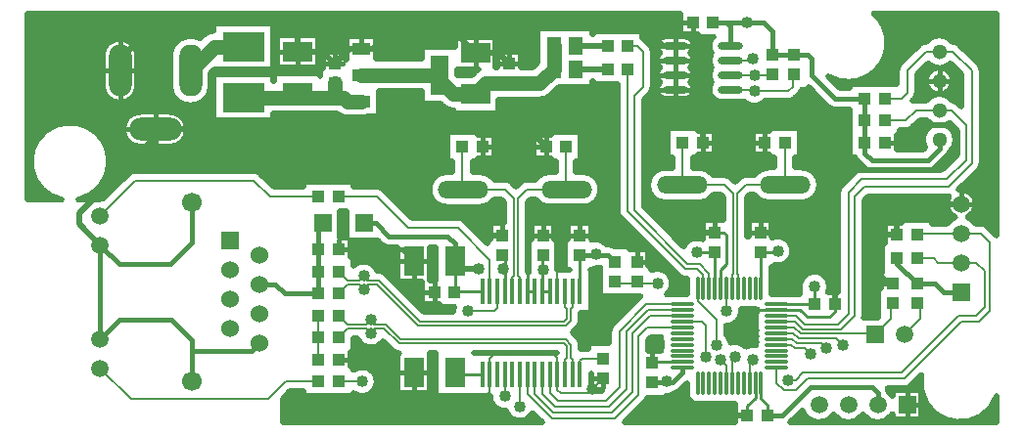
<source format=gtl>
%FSLAX25Y25*%
%MOIN*%
G70*
G01*
G75*
G04 Layer_Physical_Order=1*
G04 Layer_Color=255*
%ADD10C,0.02000*%
%ADD11R,0.04331X0.03937*%
%ADD12R,0.05118X0.05906*%
%ADD13R,0.09843X0.07087*%
%ADD14R,0.03937X0.04331*%
%ADD15R,0.07087X0.09843*%
%ADD16R,0.14173X0.09843*%
%ADD17R,0.06000X0.06000*%
%ADD18O,0.08661X0.02362*%
%ADD19R,0.06102X0.13583*%
%ADD20R,0.06102X0.04331*%
%ADD21R,0.06102X0.04331*%
%ADD22O,0.08268X0.01181*%
%ADD23O,0.01181X0.08268*%
%ADD24R,0.01496X0.08661*%
%ADD25O,0.17323X0.05906*%
%ADD26C,0.01500*%
%ADD27C,0.01000*%
%ADD28C,0.00800*%
%ADD29C,0.05000*%
%ADD30C,0.05118*%
%ADD31R,0.05906X0.05906*%
%ADD32C,0.05906*%
%ADD33O,0.17716X0.07874*%
%ADD34O,0.07874X0.17716*%
%ADD35C,0.05906*%
%ADD36C,0.06000*%
%ADD37C,0.06693*%
%ADD38R,0.05906X0.05906*%
%ADD39C,0.05000*%
%ADD40C,0.04000*%
D10*
X432882Y485382D02*
G03*
X430500Y486369I-2382J-2382D01*
G01*
X432882Y485382D02*
G03*
X430500Y486369I-2382J-2382D01*
G01*
X440369Y476500D02*
G03*
X439382Y478882I-3368J0D01*
G01*
X440369Y476500D02*
G03*
X439382Y478882I-3368J0D01*
G01*
X426656Y477512D02*
G03*
X429775Y478962I-656J5488D01*
G01*
X430383Y486369D02*
G03*
X421617Y486369I-4383J-3368D01*
G01*
X422226Y478962D02*
G03*
X425344Y477512I3774J4038D01*
G01*
X430559Y473000D02*
G03*
X426656Y477512I-4559J0D01*
G01*
Y468488D02*
G03*
X430559Y473000I-656J4512D01*
G01*
X425344Y477512D02*
G03*
X425344Y468488I656J-4512D01*
G01*
X430401Y466345D02*
G03*
X426656Y468488I-4401J-3345D01*
G01*
X425344D02*
G03*
X421617Y466368I656J-5488D01*
G01*
X421500Y486369D02*
G03*
X419118Y485382I0J-3368D01*
G01*
X421500Y486369D02*
G03*
X419118Y485382I0J-3368D01*
G01*
X408311Y486000D02*
G03*
X403749Y496032I-13311J0D01*
G01*
X412618Y478882D02*
G03*
X411631Y476500I2382J-2382D01*
G01*
X412618Y478882D02*
G03*
X411631Y476500I2382J-2382D01*
G01*
X388204Y474554D02*
G03*
X408311Y486000I6796J11446D01*
G01*
X417382Y466618D02*
G03*
X418368Y469000I-2382J2382D01*
G01*
X417382Y466618D02*
G03*
X418368Y469000I-2382J2382D01*
G01*
X432382Y465382D02*
G03*
X430401Y466345I-2382J-2382D01*
G01*
X432382Y465382D02*
G03*
X430401Y466345I-2382J-2382D01*
G01*
X421617Y459631D02*
G03*
X423643Y458000I4383J3368D01*
G01*
X428357D02*
G03*
X429508Y458728I-2357J5000D01*
G01*
X431528Y453000D02*
G03*
X428357Y458000I-5528J0D01*
G01*
X423643D02*
G03*
X421129Y450387I2357J-5000D01*
G01*
X429488Y448712D02*
G03*
X431528Y453000I-3488J4288D01*
G01*
X439382Y442618D02*
G03*
X440369Y445000I-2382J2382D01*
G01*
X439382Y442618D02*
G03*
X440369Y445000I-2382J2382D01*
G01*
X428629Y447371D02*
G03*
X429488Y448712I-2629J2629D01*
G01*
X428629Y447371D02*
G03*
X429488Y448712I-2629J2629D01*
G01*
X424005Y442869D02*
G03*
X424629Y443371I-2005J3131D01*
G01*
X424005Y442869D02*
G03*
X424629Y443371I-2005J3131D01*
G01*
X418000Y466368D02*
G03*
X416971Y466208I0J-3368D01*
G01*
X418000Y466368D02*
G03*
X416971Y466208I0J-3368D01*
G01*
X414500Y456132D02*
G03*
X416882Y457118I0J3368D01*
G01*
X414500Y456132D02*
G03*
X416882Y457118I0J3368D01*
G01*
X387871Y464371D02*
G03*
X390500Y463281I2629J2629D01*
G01*
X387871Y464371D02*
G03*
X390500Y463281I2629J2629D01*
G01*
X400371Y443371D02*
G03*
X400995Y442869I2629J2629D01*
G01*
X400371Y443371D02*
G03*
X400995Y442869I2629J2629D01*
G01*
X399500D02*
G03*
X397118Y441882I0J-3368D01*
G01*
X399500Y442869D02*
G03*
X397118Y441882I0J-3368D01*
G01*
X397164Y447063D02*
G03*
X398024Y445717I3490J1283D01*
G01*
X397164Y447063D02*
G03*
X398024Y445717I3490J1283D01*
G01*
X349000Y488063D02*
G03*
X348487Y482500I2799J-3063D01*
G01*
X342382Y485000D02*
G03*
X339201Y488181I-3181J0D01*
G01*
X341168Y482500D02*
G03*
X342382Y485000I-1967J2500D01*
G01*
Y480000D02*
G03*
X341168Y482500I-3181J0D01*
G01*
X348487D02*
G03*
X348487Y477500I3312J-2500D01*
G01*
D02*
G03*
X348487Y472500I3312J-2500D01*
G01*
D02*
G03*
X351799Y465850I3312J-2500D01*
G01*
X378382Y468618D02*
G03*
X379223Y470020I-2382J2382D01*
G01*
X378382Y468618D02*
G03*
X379223Y470020I-2382J2382D01*
G01*
X342382Y475000D02*
G03*
X341168Y477500I-3181J0D01*
G01*
D02*
G03*
X342382Y480000I-1967J2500D01*
G01*
X341168Y472500D02*
G03*
X342382Y475000I-1967J2500D01*
G01*
X339201Y466819D02*
G03*
X342382Y470000I0J3181D01*
G01*
D02*
G03*
X341168Y472500I-3181J0D01*
G01*
X328368Y483000D02*
G03*
X327382Y485382I-3368J0D01*
G01*
X325382Y487382D02*
G03*
X324980Y487725I-2382J-2382D01*
G01*
X325382Y487382D02*
G03*
X324980Y487725I-2382J-2382D01*
G01*
X330935Y482500D02*
G03*
X330935Y477500I1967J-2500D01*
G01*
X332902Y488181D02*
G03*
X330935Y482500I0J-3181D01*
G01*
Y477500D02*
G03*
X330935Y472500I1967J-2500D01*
G01*
D02*
G03*
X332902Y466819I1967J-2500D01*
G01*
X328368Y483000D02*
G03*
X327382Y485382I-3368J0D01*
G01*
Y468618D02*
G03*
X328368Y471000I-2382J2382D01*
G01*
X327382Y468618D02*
G03*
X328368Y471000I-2382J2382D01*
G01*
X374500Y466131D02*
G03*
X376882Y467118I0J3368D01*
G01*
X374500Y466131D02*
G03*
X376882Y467118I0J3368D01*
G01*
X358098Y465850D02*
G03*
X359412Y466064I0J4150D01*
G01*
D02*
G03*
X366652Y466131I3588J3436D01*
G01*
X385150Y437517D02*
G03*
X379228Y443438I-5921J0D01*
G01*
X367811D02*
G03*
X362941Y440885I0J-5921D01*
G01*
X360185D02*
G03*
X357804Y439899I0J-3368D01*
G01*
X360185Y440885D02*
G03*
X357804Y439899I0J-3368D01*
G01*
X355167Y439865D02*
G03*
X352785Y440852I-2382J-2382D01*
G01*
X355167Y439865D02*
G03*
X352785Y440852I-2382J-2382D01*
G01*
X349059D02*
G03*
X344189Y443404I-4870J-3368D01*
G01*
X438453Y431000D02*
G03*
X432642Y435878I-4953J0D01*
G01*
X435626Y426527D02*
G03*
X438453Y431000I-2126J4473D01*
G01*
X429000Y433632D02*
G03*
X429313Y433646I0J3368D01*
G01*
X429000Y433632D02*
G03*
X429313Y433646I0J3368D01*
G01*
D02*
G03*
X431374Y426527I4187J-2646D01*
G01*
D02*
G03*
X428630Y424368I2126J-5527D01*
G01*
X438370D02*
G03*
X435626Y426527I-4870J-3368D01*
G01*
X442382Y423382D02*
G03*
X440000Y424368I-2382J-2382D01*
G01*
X442382Y423382D02*
G03*
X440000Y424368I-2382J-2382D01*
G01*
X392618Y437382D02*
G03*
X391632Y435000I2382J-2382D01*
G01*
X392618Y437382D02*
G03*
X391632Y435000I2382J-2382D01*
G01*
X379228Y431596D02*
G03*
X385150Y437517I0J5921D01*
G01*
X369937Y410147D02*
G03*
X375969Y415000I1063J4854D01*
G01*
D02*
G03*
X369671Y419787I-4969J0D01*
G01*
D02*
G03*
X368969Y419534I1329J-4787D01*
G01*
X419966Y372702D02*
G03*
X419935Y367453I13034J-2702D01*
G01*
X414000Y368131D02*
G03*
X416382Y369118I0J3368D01*
G01*
X414000Y368131D02*
G03*
X416382Y369118I0J3368D01*
G01*
X408661Y367154D02*
G03*
X408342Y368131I-3661J-654D01*
G01*
X408661Y367154D02*
G03*
X408342Y368131I-3661J-654D01*
G01*
X410047Y365596D02*
G03*
X408661Y367154I-5047J-3096D01*
G01*
X419953Y367363D02*
G03*
X445532Y365512I13047J2637D01*
G01*
X388469Y403000D02*
G03*
X378646Y401937I-4969J0D01*
G01*
X368886Y405685D02*
G03*
X368795Y406483I-3559J0D01*
G01*
X388353Y401937D02*
G03*
X388469Y403000I-4854J1063D01*
G01*
X388034Y400969D02*
G03*
X388353Y401937I-4534J2032D01*
G01*
X374983Y400295D02*
G03*
X374185Y400386I-798J-3469D01*
G01*
X400318Y392421D02*
G03*
X400368Y393000I-3318J579D01*
G01*
X400318Y392421D02*
G03*
X400368Y393000I-3318J579D01*
G01*
X400000Y359328D02*
G03*
X410047Y359404I5000J3172D01*
G01*
X390000Y359328D02*
G03*
X400000Y359328I5000J3172D01*
G01*
X379383Y360625D02*
G03*
X390000Y359328I5616J1875D01*
G01*
X362941Y434148D02*
G03*
X367811Y431596I4870J3368D01*
G01*
X344189Y431562D02*
G03*
X349059Y434115I0J5921D01*
G01*
X345532Y419034D02*
G03*
X344563Y419353I-2032J-4534D01*
G01*
D02*
G03*
X338975Y416552I-1063J-4854D01*
G01*
X337118Y406618D02*
G03*
X339500Y405631I2382J2382D01*
G01*
X337118Y406618D02*
G03*
X339500Y405631I2382J2382D01*
G01*
X332772Y443404D02*
G03*
X332772Y431562I0J-5921D01*
G01*
X316478Y428653D02*
G03*
X317465Y426272I3368J0D01*
G01*
X316478Y428653D02*
G03*
X317465Y426272I3368J0D01*
G01*
X315609Y416480D02*
G03*
X313193Y417372I-2416J-2827D01*
G01*
X312649D02*
G03*
X307671Y418787I-3649J-3372D01*
G01*
X334968Y404000D02*
G03*
X327937Y408520I-4969J0D01*
G01*
X315609Y416480D02*
G03*
X313193Y417372I-2416J-2827D01*
G01*
X308437Y409063D02*
G03*
X310563Y409284I563J4936D01*
G01*
X362374Y395178D02*
G03*
X363989Y395096I984J3420D01*
G01*
X364133Y394858D02*
G03*
X363678Y391905I2965J-1969D01*
G01*
D02*
G03*
X363678Y389937I3420J-984D01*
G01*
Y387968D02*
G03*
X363678Y386000I3420J-984D01*
G01*
Y389937D02*
G03*
X363678Y387968I3420J-984D01*
G01*
Y384032D02*
G03*
X363544Y382857I3420J-984D01*
G01*
X363678Y386000D02*
G03*
X363678Y384032I3420J-984D01*
G01*
X360405Y395178D02*
G03*
X362374Y395178I984J3420D01*
G01*
X358437D02*
G03*
X360405Y395178I984J3420D01*
G01*
X358484Y394484D02*
G03*
X358436Y395178I-4969J0D01*
G01*
X353368Y389518D02*
G03*
X358484Y394484I147J4966D01*
G01*
X354918Y383710D02*
G03*
X353368Y386652I-4918J-710D01*
G01*
X363544Y382857D02*
G03*
X360146Y382375I-1044J-4857D01*
G01*
D02*
G03*
X354918Y383710I-3646J-3375D01*
G01*
X354500Y362895D02*
G03*
X356469Y362895I984J3420D01*
G01*
X352532D02*
G03*
X354500Y362895I984J3420D01*
G01*
X348594D02*
G03*
X350563Y362895I984J3420D01*
G01*
X346626D02*
G03*
X348594Y362895I984J3420D01*
G01*
X350563D02*
G03*
X352532Y362895I984J3420D01*
G01*
X335987Y366530D02*
G03*
X337783Y367524I-833J3624D01*
G01*
X335987Y366530D02*
G03*
X337783Y367524I-833J3624D01*
G01*
X344657Y362895D02*
G03*
X346626Y362895I984J3420D01*
G01*
X340114Y366315D02*
G03*
X344657Y362895I3559J0D01*
G01*
X334815Y400386D02*
G03*
X333666Y400195I0J-3559D01*
G01*
X333195D02*
G03*
X334968Y404000I-3195J3805D01*
G01*
X324303Y399520D02*
G03*
X323945Y399209I2024J-2693D01*
G01*
X331302Y385584D02*
G03*
X331395Y384032I3513J-569D01*
G01*
D02*
G03*
X331395Y382063I3420J-984D01*
G01*
X324303Y399520D02*
G03*
X323945Y399209I2024J-2693D01*
G01*
X314618Y389882D02*
G03*
X313632Y387500I2382J-2382D01*
G01*
X314618Y389882D02*
G03*
X313632Y387500I2382J-2382D01*
G01*
X332937Y365532D02*
G03*
X335987Y366530I63J4968D01*
G01*
X331395Y382063D02*
G03*
X331257Y381012I3420J-984D01*
G01*
X325882Y363618D02*
G03*
X326723Y365020I-2382J2382D01*
G01*
X325882Y363618D02*
G03*
X326723Y365020I-2382J2382D01*
G01*
X269039Y476957D02*
G03*
X267787Y476020I2614J-4803D01*
G01*
X269039Y476957D02*
G03*
X267782Y476015I2614J-4803D01*
G01*
X289913Y466685D02*
G03*
X293785Y468292I0J5469D01*
G01*
X289913Y466685D02*
G03*
X293780Y468287I0J5469D01*
G01*
X260110Y463045D02*
G03*
X260500Y463031I390J5455D01*
G01*
X260110Y463045D02*
G03*
X260500Y463031I390J5455D01*
G01*
X256628Y464638D02*
G03*
X260110Y463045I3872J3862D01*
G01*
X256633Y464633D02*
G03*
X260110Y463045I3867J3867D01*
G01*
X229213Y460476D02*
G03*
X231096Y460811I0J5469D01*
G01*
X220908Y461870D02*
G03*
X224555Y460476I3647J4075D01*
G01*
X220908Y461870D02*
G03*
X224555Y460476I3647J4075D01*
G01*
X178945Y490126D02*
G03*
X175289Y488523I216J-5464D01*
G01*
X178945Y490126D02*
G03*
X175295Y488528I216J-5464D01*
G01*
X174270Y487503D02*
G03*
X164094Y481421I-3270J-6082D01*
G01*
X152937D02*
G03*
X141063Y481421I-5937J0D01*
G01*
X164094Y471579D02*
G03*
X177905Y471579I6905J0D01*
G01*
X194882Y441382D02*
G03*
X192500Y442369I-2382J-2382D01*
G01*
X194882Y441382D02*
G03*
X192500Y442369I-2382J-2382D01*
G01*
X169858Y456500D02*
G03*
X163921Y462437I-5937J0D01*
G01*
X141063Y471579D02*
G03*
X152937Y471579I5937J0D01*
G01*
X163921Y450563D02*
G03*
X169858Y456500I0J5937D01*
G01*
X154079Y462437D02*
G03*
X154079Y450563I0J-5937D01*
G01*
X152224Y442369D02*
G03*
X149843Y441382I0J-3368D01*
G01*
X152224Y442369D02*
G03*
X149843Y441382I0J-3368D01*
G01*
X304728Y430096D02*
G03*
X310650Y436017I0J5921D01*
G01*
D02*
G03*
X304728Y441938I-5921J0D01*
G01*
X293311D02*
G03*
X288441Y439386I0J-5921D01*
G01*
Y432648D02*
G03*
X293311Y430096I4870J3368D01*
G01*
X295969Y408500D02*
G03*
X295937Y409059I-4969J0D01*
G01*
X286063D02*
G03*
X286032Y408472I4937J-558D01*
G01*
X285599Y439386D02*
G03*
X283217Y438399I0J-3368D01*
G01*
X285599Y439386D02*
G03*
X283217Y438399I0J-3368D01*
G01*
X280581Y438365D02*
G03*
X278199Y439352I-2382J-2382D01*
G01*
X280581Y438365D02*
G03*
X278199Y439352I-2382J-2382D01*
G01*
X274559D02*
G03*
X269689Y441904I-4870J-3368D01*
G01*
X258272D02*
G03*
X258272Y430062I0J-5921D01*
G01*
X269689D02*
G03*
X274559Y432615I0J5921D01*
G01*
X264382Y425382D02*
G03*
X262000Y426369I-2382J-2382D01*
G01*
X264382Y425382D02*
G03*
X262000Y426369I-2382J-2382D01*
G01*
X286032Y408472D02*
G03*
X286108Y407633I4968J28D01*
G01*
X286108D02*
G03*
X285950Y407889I-2946J-1633D01*
G01*
X286108Y407633D02*
G03*
X285950Y407889I-2946J-1633D01*
G01*
X302877Y389038D02*
G03*
X303864Y391420I-2382J2382D01*
G01*
X302877Y389038D02*
G03*
X303864Y391420I-2382J2382D01*
G01*
Y383080D02*
G03*
X302877Y385462I-3368J0D01*
G01*
X303864Y383080D02*
G03*
X302877Y385462I-3368J0D01*
G01*
X304346Y381715D02*
G03*
X303864Y381680I0J-3368D01*
G01*
X304346Y381715D02*
G03*
X303864Y381680I0J-3368D01*
G01*
X260784Y396063D02*
G03*
X260533Y394369I4716J-1563D01*
G01*
X278410Y360548D02*
G03*
X287555Y359681I4752J1452D01*
G01*
X273032Y365528D02*
G03*
X278410Y360548I4968J-28D01*
G01*
X236882Y435882D02*
G03*
X234500Y436868I-2382J-2382D01*
G01*
X236882Y435882D02*
G03*
X234500Y436868I-2382J-2382D01*
G01*
X235871Y417371D02*
G03*
X238500Y416282I2629J2629D01*
G01*
X235871Y417371D02*
G03*
X238500Y416282I2629J2629D01*
G01*
X132861Y432500D02*
G03*
X143311Y445500I-2861J13000D01*
G01*
D02*
G03*
X127139Y432500I-13311J0D01*
G01*
X141270Y432810D02*
G03*
X138055Y432500I-1062J-5825D01*
G01*
X237482Y407282D02*
G03*
X235100Y408268I-2382J-2382D01*
G01*
X241457Y380179D02*
G03*
X242020Y380132I563J3321D01*
G01*
X239638Y381118D02*
G03*
X241457Y380179I2382J2382D01*
G01*
D02*
G03*
X242020Y380132I563J3321D01*
G01*
X239638Y381118D02*
G03*
X241457Y380179I2382J2382D01*
G01*
X237482Y407282D02*
G03*
X235100Y408268I-2382J-2382D01*
G01*
X227857Y385231D02*
G03*
X236585Y384172I4643J1768D01*
G01*
X234643Y408268D02*
G03*
X226480Y410007I-4643J-1768D01*
G01*
X234469Y370500D02*
G03*
X226480Y374446I-4969J0D01*
G01*
Y366554D02*
G03*
X234469Y370500I3020J3946D01*
G01*
X436000Y482264D02*
Y496032D01*
X434000Y484264D02*
Y496032D01*
X440000Y478032D02*
Y496032D01*
X438000Y480264D02*
Y496032D01*
X432032Y486000D02*
X445532D01*
X428357Y488000D02*
X445532D01*
X440016Y478000D02*
X445532D01*
X438264Y480000D02*
X445532D01*
X436264Y482000D02*
X445532D01*
X434264Y484000D02*
X445532D01*
X432882Y485382D02*
X439382Y478882D01*
X428000Y488153D02*
Y496032D01*
X426000Y488528D02*
Y496032D01*
X432000Y486016D02*
Y496032D01*
X430000Y486815D02*
Y496032D01*
X424000Y488153D02*
Y496032D01*
X422000Y486815D02*
Y496032D01*
X420000Y486016D02*
Y496032D01*
X428357Y478000D02*
X430736D01*
X428000Y477097D02*
Y477847D01*
X424000Y477097D02*
Y477847D01*
X421264Y478000D02*
X423643D01*
X440369Y476000D02*
X445532D01*
X432000Y465710D02*
Y476736D01*
X440369Y445000D02*
Y476500D01*
X433632Y464132D02*
Y475105D01*
X429775Y478962D02*
X433632Y475105D01*
X429433Y476000D02*
X432736D01*
X440369Y474000D02*
X445532D01*
X430448D02*
X433632D01*
X440369Y470000D02*
X445532D01*
X440369Y472000D02*
X445532D01*
X429433Y470000D02*
X433632D01*
X430448Y472000D02*
X433632D01*
X430000Y475187D02*
Y478736D01*
X422000Y475187D02*
Y478736D01*
X420000Y466368D02*
Y476736D01*
X428000Y468153D02*
Y468903D01*
X424000Y468153D02*
Y468903D01*
X430000Y466815D02*
Y470813D01*
X422000Y466815D02*
Y470813D01*
X407696Y490000D02*
X445532D01*
X406882Y492000D02*
X445532D01*
X408160Y488000D02*
X423643D01*
X418000Y484264D02*
Y496032D01*
X403785Y496000D02*
X445532D01*
X403749Y496032D02*
X445532D01*
X405639Y494000D02*
X445532D01*
X419264Y476000D02*
X422567D01*
X418368Y475105D02*
X422226Y478962D01*
X408311Y486000D02*
X419968D01*
X408160Y484000D02*
X417736D01*
X412618Y478882D02*
X419118Y485382D01*
X416000Y482264D02*
Y496032D01*
X408000Y488861D02*
Y496032D01*
X414000Y480264D02*
Y496032D01*
X412000Y478032D02*
Y496032D01*
X406000Y493496D02*
Y496032D01*
X407696Y482000D02*
X415736D01*
X406882Y480000D02*
X413736D01*
X405639Y478000D02*
X411984D01*
X400761Y474000D02*
X411631D01*
X403785Y476000D02*
X411631D01*
X388759Y474000D02*
X389240D01*
X418368D02*
X421552D01*
X410000Y471937D02*
Y496032D01*
X418368Y469000D02*
Y475105D01*
X411631Y471937D02*
Y476500D01*
X406000Y471937D02*
Y478504D01*
X408000Y471937D02*
Y483139D01*
X418368Y470000D02*
X422567D01*
X418368Y472000D02*
X421552D01*
X390759D02*
X411631D01*
X402213Y471937D02*
X405787D01*
X411631D01*
X400000D02*
Y473664D01*
X398000Y471937D02*
Y473032D01*
X404000Y471937D02*
Y476193D01*
X402000Y471937D02*
Y474678D01*
X392000Y470759D02*
Y473032D01*
X390000Y472759D02*
Y473664D01*
X388204Y474554D02*
X392040Y470718D01*
X402213Y471937D02*
X405787D01*
X396000D02*
Y472727D01*
X395520Y471937D02*
X402213D01*
X395520Y470718D02*
Y471937D01*
X392040Y470718D02*
X395520D01*
X394000D02*
Y472727D01*
X381437Y470804D02*
X387871Y464371D01*
X440369Y466000D02*
X445532D01*
X440369Y468000D02*
X445532D01*
X440369Y464000D02*
X445532D01*
X432382Y465382D02*
X433632Y464132D01*
X431532Y466000D02*
X433632D01*
X428357Y468000D02*
X433632D01*
X440369Y460000D02*
X445532D01*
X440369Y462000D02*
X445532D01*
X440369Y456000D02*
X445532D01*
X440369Y458000D02*
X445532D01*
X440369Y454000D02*
X445532D01*
X430643Y456000D02*
X431632D01*
X440369Y452000D02*
X445532D01*
X418217Y468000D02*
X423643D01*
X419395Y459631D02*
X421617D01*
X422000Y456815D02*
Y459185D01*
X418000Y466368D02*
X421617D01*
X418000D02*
Y467468D01*
X416971Y466208D02*
X417382Y466618D01*
X430000Y456815D02*
Y458236D01*
X429508Y458728D02*
X431632Y456605D01*
X428357Y458000D02*
X430236D01*
X417764D02*
X423643D01*
X440369Y450000D02*
X445532D01*
X430643D02*
X431632D01*
X440369Y448000D02*
X445532D01*
X431632Y447395D02*
Y456605D01*
X429135Y448000D02*
X431632D01*
X427105Y442869D02*
X431632Y447395D01*
X440217Y444000D02*
X445532D01*
X440369Y446000D02*
X445532D01*
X436764Y440000D02*
X445532D01*
X438764Y442000D02*
X445532D01*
X434764Y438000D02*
X445532D01*
X430000Y445764D02*
Y449185D01*
X424629Y443371D02*
X428629Y447371D01*
X420000Y449719D02*
Y459631D01*
X418000Y449719D02*
Y458236D01*
X420460Y449719D02*
X421129Y450387D01*
X427259Y446000D02*
X430236D01*
X425259Y444000D02*
X428236D01*
X428000Y443764D02*
Y446741D01*
X426000Y442869D02*
Y444741D01*
X424005Y442869D02*
X427105D01*
X416882Y457118D02*
X419395Y459631D01*
X325368Y462000D02*
X395520D01*
Y462063D02*
Y463281D01*
X412480Y456000D02*
X421357D01*
X412480Y456132D02*
X414500D01*
X412480Y454563D02*
Y456132D01*
X411512Y454563D02*
X412480D01*
X411512Y454000D02*
X420564D01*
X411512Y452000D02*
X420564D01*
X390500Y463281D02*
X395520D01*
Y456937D02*
Y462063D01*
Y463281D01*
X325368Y464000D02*
X388303D01*
X325368Y460000D02*
X395520D01*
Y454563D02*
Y456937D01*
X378480Y456000D02*
X395520D01*
X378480Y450000D02*
X395520D01*
Y454563D02*
Y456937D01*
X378480Y454000D02*
X395520D01*
X325368Y458000D02*
X395520D01*
X378480Y452000D02*
X395520D01*
X412000Y449719D02*
Y454563D01*
X411512Y449719D02*
Y454563D01*
X416000Y449719D02*
Y456484D01*
X414000Y449719D02*
Y456132D01*
X411512Y450000D02*
X420741D01*
X411512Y449719D02*
X420460D01*
X398024Y445717D02*
X400371Y443371D01*
X399500Y442869D02*
X400995D01*
X400000D02*
Y443741D01*
X376715Y444000D02*
X399741D01*
X395520Y447063D02*
X397164D01*
X395520D02*
Y454563D01*
X396000Y440764D02*
Y447063D01*
X378480Y448000D02*
X395520D01*
X394000Y438764D02*
Y463281D01*
X392000Y436532D02*
Y463281D01*
X398000Y442516D02*
Y445742D01*
X392618Y437382D02*
X397118Y441882D01*
X385130Y438000D02*
X393236D01*
X376715Y446000D02*
X397769D01*
X383097Y442000D02*
X397242D01*
X384604Y440000D02*
X395236D01*
X343713Y488063D02*
X349000D01*
X343713D02*
Y489032D01*
X348000Y486669D02*
Y488063D01*
X340259Y488000D02*
X348932D01*
X337988Y489032D02*
X343713D01*
X342221Y486000D02*
X347772D01*
X348000Y481669D02*
Y483331D01*
X342221Y484000D02*
X347772D01*
X341674Y478000D02*
X348163D01*
X342382Y480000D02*
X347650D01*
X341674Y482000D02*
X348163D01*
X342000Y486511D02*
Y489032D01*
X337988D02*
Y496032D01*
X336000Y488181D02*
Y496032D01*
X334000Y488181D02*
Y496032D01*
X332000Y488051D02*
Y496032D01*
X340000Y488079D02*
Y489032D01*
X338000Y488181D02*
Y489032D01*
X342000Y481511D02*
Y483489D01*
X332902Y488181D02*
X339201D01*
X348000Y476669D02*
Y478331D01*
Y471669D02*
Y473331D01*
X341674Y472000D02*
X348163D01*
X342221Y474000D02*
X347772D01*
X379223Y470020D02*
X381437D01*
Y470804D01*
X382000Y442750D02*
Y470241D01*
X380000Y443388D02*
Y470020D01*
X379217Y470000D02*
X382241D01*
X342221Y476000D02*
X347772D01*
X342000Y476511D02*
Y478489D01*
X346000Y455969D02*
Y488063D01*
X344000Y455969D02*
Y488063D01*
X342382Y470000D02*
X347650D01*
X342000Y471511D02*
Y473489D01*
X324980Y488000D02*
X331844D01*
X326000Y486764D02*
Y496032D01*
X330000Y486304D02*
Y496032D01*
X328000Y484532D02*
Y496032D01*
X307768Y490000D02*
X337988D01*
X318287Y489937D02*
X324980D01*
Y487725D02*
Y489937D01*
X326764Y486000D02*
X329882D01*
X328217Y484000D02*
X329882D01*
X325382Y487382D02*
X327382Y485382D01*
X320000Y489937D02*
Y496032D01*
X318000Y489937D02*
Y496032D01*
X324000Y489937D02*
Y496032D01*
X322000Y489937D02*
Y496032D01*
X314000Y489937D02*
Y496032D01*
X310000Y489937D02*
Y496032D01*
X316000Y489937D02*
Y496032D01*
X314713Y489937D02*
X318287D01*
X314713D02*
X318287D01*
X312000D02*
Y496032D01*
X308020Y488969D02*
Y489937D01*
X314713D01*
X308000Y488969D02*
Y496032D01*
X307768Y488969D02*
Y490921D01*
X330000Y481304D02*
Y483696D01*
Y476304D02*
Y478696D01*
X328368Y482000D02*
X330428D01*
X328368Y478000D02*
X330428D01*
X330000Y471304D02*
Y473696D01*
X328368Y474000D02*
X329882D01*
X328368Y476000D02*
X329882D01*
X328368Y472000D02*
X330428D01*
X328368Y480000D02*
X329720D01*
X328368Y471000D02*
Y483000D01*
X314713Y472063D02*
X316478D01*
X308020D02*
Y473032D01*
X307768Y471079D02*
Y473032D01*
X308000Y440952D02*
Y473032D01*
X328217Y470000D02*
X329720D01*
X314713Y472063D02*
X316478D01*
X307768Y472000D02*
X316478D01*
X308020Y472063D02*
X314713D01*
X310000Y438713D02*
Y472063D01*
X377764Y468000D02*
X384241D01*
X376882Y467118D02*
X378382Y468618D01*
X378000Y456937D02*
Y468236D01*
X376000Y456937D02*
Y466484D01*
X372000Y456937D02*
Y466131D01*
X374000Y456937D02*
Y466131D01*
X370000Y456937D02*
Y466131D01*
X376715Y447063D02*
X378480D01*
X368213D02*
X369978D01*
X366527Y466000D02*
X386241D01*
X366652Y466131D02*
X374500D01*
X368213Y456937D02*
X378480D01*
X366000Y455969D02*
Y465540D01*
X364000Y455969D02*
Y464633D01*
X368213Y455969D02*
Y456937D01*
X368000Y455969D02*
Y466131D01*
X351799Y465850D02*
X358098D01*
X362488Y448032D02*
Y455969D01*
Y448032D02*
X368213D01*
X362488Y455969D02*
X368213D01*
X349512Y448032D02*
Y455969D01*
X378480Y447063D02*
Y456937D01*
X368213Y447063D02*
Y448032D01*
X384000Y441023D02*
Y468241D01*
X376715Y443438D02*
Y447063D01*
X368000Y443438D02*
Y448032D01*
X366000Y443154D02*
Y448032D01*
X364000Y442049D02*
Y448032D01*
X376715Y443438D02*
X379228D01*
X369978D02*
Y447063D01*
X378000Y443438D02*
Y447063D01*
X367811Y443438D02*
X369978D01*
X360185Y440885D02*
X362941D01*
X362000D02*
Y464633D01*
X360000Y440880D02*
Y465540D01*
X358000Y440080D02*
Y465850D01*
X356000Y439032D02*
Y465850D01*
X352000Y440852D02*
Y465850D01*
X350000Y440852D02*
Y466261D01*
X354000Y440625D02*
Y465850D01*
X356469Y438564D02*
X357804Y439899D01*
X355167Y439865D02*
X356469Y438564D01*
X355024Y440000D02*
X357909D01*
X343787Y456000D02*
X368213D01*
X343787Y455969D02*
X349512D01*
X348000D02*
Y468331D01*
X343787Y455969D02*
Y456937D01*
X325368Y466000D02*
X350695D01*
X341674Y468000D02*
X348163D01*
X333520Y456937D02*
X343787D01*
X349512Y454000D02*
X362488D01*
X349512Y450000D02*
X362488D01*
X349512Y452000D02*
X362488D01*
X343787Y448032D02*
X349512D01*
X332902Y466819D02*
X339201D01*
X336000Y456937D02*
Y466819D01*
X342000Y456937D02*
Y468489D01*
X340000Y456937D02*
Y466921D01*
X326764Y468000D02*
X330428D01*
X325368Y466605D02*
X327382Y468618D01*
X338000Y456937D02*
Y466819D01*
X334000Y456937D02*
Y466819D01*
X325368Y454000D02*
X333520D01*
X325368Y456000D02*
X333520D01*
X325368Y450000D02*
X333520D01*
X325368Y452000D02*
X333520D01*
X325368Y448000D02*
X333520D01*
X344000Y443404D02*
Y448032D01*
X343787Y447063D02*
Y448032D01*
X348000Y442015D02*
Y448032D01*
X346000Y443121D02*
Y448032D01*
X343787Y448000D02*
X368213D01*
X342022Y447063D02*
X343787D01*
X342022Y443404D02*
Y447063D01*
Y444000D02*
X369978D01*
X348018Y442000D02*
X363943D01*
X349059Y440852D02*
X352785D01*
X342022Y446000D02*
X369978D01*
X325368Y444000D02*
X335285D01*
X342022Y443404D02*
X344189D01*
X333520Y447063D02*
X335285D01*
X333520D02*
Y456937D01*
X335285Y443404D02*
Y447063D01*
X334000Y443404D02*
Y447063D01*
X332000Y443354D02*
Y466949D01*
X330000Y442716D02*
Y468696D01*
X328000Y440989D02*
Y469468D01*
X332772Y443404D02*
X335285D01*
X325368Y446000D02*
X335285D01*
X325368Y442000D02*
X328943D01*
X325368Y440000D02*
X327412D01*
X310308Y438000D02*
X316478D01*
X309110Y440000D02*
X316478D01*
X325368Y438000D02*
X326873D01*
X437441Y434000D02*
X445532D01*
X436000Y435276D02*
Y439236D01*
X438351Y432000D02*
X445532D01*
X438000Y433069D02*
Y441236D01*
X432764Y436000D02*
X445532D01*
X434000Y435927D02*
Y437236D01*
X432642Y435878D02*
X439382Y442618D01*
X437441Y428000D02*
X445532D01*
X438351Y430000D02*
X445532D01*
X436672Y426000D02*
X445532D01*
X438000Y424849D02*
Y428931D01*
X436000Y426368D02*
Y426724D01*
X420000Y425437D02*
Y433632D01*
X414000Y425437D02*
Y433632D01*
X422000Y425437D02*
Y433632D01*
X430000Y425776D02*
Y427496D01*
X418000Y425437D02*
Y433632D01*
X416000Y425437D02*
Y433632D01*
X413213Y425437D02*
X423480D01*
X408000Y424469D02*
Y433632D01*
X407488Y424469D02*
X413213D01*
X442000Y423710D02*
Y496032D01*
X440000Y424368D02*
Y443468D01*
X445532Y420222D02*
Y496032D01*
X444000Y421764D02*
Y496032D01*
X428000Y424368D02*
Y433632D01*
X441532Y424000D02*
X445532D01*
X443764Y422000D02*
X445532D01*
X442382Y423382D02*
X445382Y420382D01*
X438370Y424368D02*
X440000D01*
X423480D02*
X428630D01*
X412000Y424469D02*
Y433632D01*
X410000Y424469D02*
Y433632D01*
X426000Y424368D02*
Y433632D01*
X424000Y424368D02*
Y433632D01*
X406000Y402287D02*
Y433632D01*
X404000Y392421D02*
Y433632D01*
X402000Y392421D02*
Y433632D01*
X423480Y424368D02*
Y425437D01*
X413213Y424469D02*
Y425437D01*
X406520Y417437D02*
X407488D01*
Y424469D01*
X406520Y408012D02*
Y417437D01*
X401895Y433632D02*
X429000D01*
X400368Y432105D02*
X401895Y433632D01*
X384952Y436000D02*
X391783D01*
X383992Y434000D02*
X391632D01*
X381379Y432000D02*
X391632D01*
X400368Y426000D02*
X430328D01*
X400368Y424000D02*
X407488D01*
X400368Y420000D02*
X407488D01*
X400368Y422000D02*
X407488D01*
X400368Y430000D02*
X428649D01*
X400368Y432000D02*
X428649D01*
X400368Y428000D02*
X429559D01*
X368000Y425512D02*
Y431596D01*
X372000Y419867D02*
Y431596D01*
X370000Y419867D02*
Y431596D01*
X360537Y430000D02*
X391632D01*
X367811Y431596D02*
X379228D01*
X360537Y428000D02*
X391632D01*
X368969Y422000D02*
X391632D01*
X368969Y424000D02*
X391632D01*
X368969Y419787D02*
X369671D01*
X368969D02*
Y425512D01*
X360537Y426000D02*
X391632D01*
X361032Y425512D02*
X368969D01*
Y420000D02*
X391632D01*
X400368Y418000D02*
X407488D01*
X400368Y416000D02*
X406520D01*
X400368Y393000D02*
Y432105D01*
X391632Y400969D02*
Y435000D01*
X374961Y418000D02*
X391632D01*
X388000Y405106D02*
Y464247D01*
X390000Y400969D02*
Y463315D01*
X400368Y414000D02*
X406520D01*
X375867D02*
X391632D01*
X400368Y410000D02*
X406520D01*
X400368Y412000D02*
X406520D01*
X374961D02*
X391632D01*
X375867Y416000D02*
X391632D01*
X369937Y410000D02*
X391632D01*
X384000Y407943D02*
Y434011D01*
X382000Y407737D02*
Y432284D01*
X386000Y407294D02*
Y466241D01*
X380000Y406527D02*
Y431646D01*
X376000Y400295D02*
Y431596D01*
X374000Y418961D02*
Y431596D01*
X378000Y400295D02*
Y431596D01*
X370000Y400386D02*
Y410133D01*
X374000Y400386D02*
Y411039D01*
X372000Y400386D02*
Y410133D01*
X369937Y409520D02*
Y410147D01*
X419264Y372000D02*
X419840D01*
X417264Y370000D02*
X419689D01*
X418000Y367453D02*
Y370736D01*
X416382Y369118D02*
X419966Y372702D01*
X408402Y368000D02*
X419840D01*
X444882Y364000D02*
X445532D01*
X419953Y366000D02*
X420304D01*
X443639Y362000D02*
X445532D01*
X419953Y364000D02*
X421118D01*
X410047Y367453D02*
X419935D01*
X419953Y362000D02*
X422361D01*
X408342Y368131D02*
X414000D01*
X416000Y367453D02*
Y368790D01*
X412000Y367453D02*
Y368131D01*
X406520Y407563D02*
Y408012D01*
X406032D02*
X406520D01*
X406032Y402287D02*
Y408012D01*
X414000Y367453D02*
Y368131D01*
X410000Y365672D02*
Y368131D01*
X410047Y365596D02*
Y367453D01*
X441785Y360000D02*
X445532D01*
X442000Y356469D02*
Y360193D01*
X445532Y356469D02*
Y365512D01*
X444000Y356469D02*
Y362504D01*
X419953Y360000D02*
X424215D01*
X440000Y356469D02*
Y358678D01*
X438761Y358000D02*
X445532D01*
X438000Y356469D02*
Y357664D01*
X436000Y356469D02*
Y357031D01*
X430000Y356469D02*
Y357031D01*
X419953Y358000D02*
X427240D01*
X426000Y356469D02*
Y358678D01*
X428000Y356469D02*
Y357664D01*
X420000Y356469D02*
Y367139D01*
X419953Y357547D02*
Y367363D01*
X424000Y356469D02*
Y360193D01*
X422000Y356469D02*
Y362504D01*
X410047Y357547D02*
Y359404D01*
X410000Y356469D02*
Y359328D01*
X414000Y356469D02*
Y357547D01*
X412000Y356469D02*
Y357547D01*
X418000Y356469D02*
Y357547D01*
X416000Y356469D02*
Y357547D01*
X410047D02*
X419953D01*
X408848Y358000D02*
X410047D01*
X408000Y356469D02*
Y357395D01*
X406032Y408000D02*
X406520D01*
X400368D02*
X406032D01*
X400368Y404000D02*
X406032D01*
X400368Y406000D02*
X406032D01*
X387461D02*
X391632D01*
X368795Y408000D02*
X391632D01*
X388367Y404000D02*
X391632D01*
X405063Y402287D02*
X406032D01*
X400368Y402000D02*
X405063D01*
X388787Y400969D02*
X391632D01*
X388787D02*
Y401937D01*
X388367Y402000D02*
X391632D01*
X388353Y401937D02*
X388787D01*
X388034Y400969D02*
X388787D01*
X368872Y406000D02*
X379539D01*
X368886Y404000D02*
X378633D01*
X368886Y400386D02*
Y405685D01*
X368795Y409520D02*
X369937D01*
X368795Y406483D02*
Y409520D01*
X378520Y400295D02*
Y401937D01*
X374983Y400295D02*
X378520D01*
X368886Y402000D02*
X378633D01*
X368886Y400386D02*
X374185D01*
X400368Y398000D02*
X405063D01*
X400368Y400000D02*
X405063D01*
Y392421D02*
Y402287D01*
X400368Y396000D02*
X405063D01*
X400368Y394000D02*
X405063D01*
X400318Y392421D02*
X405063D01*
X402000Y356469D02*
Y357395D01*
X400000Y356469D02*
Y359328D01*
X398849Y358000D02*
X401152D01*
X375227Y356469D02*
X445532D01*
X390000D02*
Y359328D01*
X380000Y356469D02*
Y359328D01*
X378759Y360000D02*
X379632D01*
X378000Y356469D02*
Y359241D01*
X375227Y356469D02*
X379383Y360625D01*
X398000Y356469D02*
Y357395D01*
X388848Y358000D02*
X391151D01*
X392000Y356469D02*
Y357395D01*
X388000Y356469D02*
Y357395D01*
X382000Y356469D02*
Y357395D01*
X376759Y358000D02*
X381152D01*
X376000Y356469D02*
Y357241D01*
X361581Y434148D02*
X362941D01*
X364000Y425512D02*
Y432985D01*
X362000Y425512D02*
Y434148D01*
X361432Y434000D02*
X363047D01*
X360537Y433105D02*
X361581Y434148D01*
X352400Y425512D02*
Y433105D01*
X351390Y434115D02*
X352400Y433105D01*
X366000Y425512D02*
Y431880D01*
X360537Y432000D02*
X365661D01*
X360537Y424000D02*
X361032D01*
X346424Y432000D02*
X352400D01*
X360537Y422000D02*
X361032D01*
X348977Y434000D02*
X351505D01*
X349059Y434115D02*
X351390D01*
X352000Y425512D02*
Y433505D01*
X350000Y425512D02*
Y434115D01*
X346000Y425512D02*
Y431846D01*
X348000Y425512D02*
Y432951D01*
X345532Y425512D02*
X352400D01*
X333526Y422000D02*
X345532D01*
X331526Y424000D02*
X345532D01*
X332772Y431562D02*
X344189D01*
X332000Y423526D02*
Y431612D01*
X360537Y420000D02*
X361032D01*
Y419787D02*
Y425512D01*
X360537Y419787D02*
Y433105D01*
X345532Y419787D02*
Y425512D01*
X344000Y419443D02*
Y431562D01*
X342000Y419237D02*
Y431562D01*
X360537Y419787D02*
X361032D01*
X344563D02*
X345532D01*
Y419034D02*
Y419787D01*
X344563Y419353D02*
Y419787D01*
X335526Y420000D02*
X345532D01*
X340000Y418026D02*
Y431562D01*
X336000Y419526D02*
Y431562D01*
X337526Y418000D02*
X339973D01*
X338000Y417526D02*
Y431562D01*
X334000Y421526D02*
Y431562D01*
X332000Y408548D02*
Y411736D01*
X334000Y406947D02*
Y409736D01*
X339500Y405631D02*
X340114D01*
X338000Y400386D02*
Y405984D01*
X334548Y406000D02*
X337968D01*
X332947Y408000D02*
X335736D01*
X336000Y400386D02*
Y407736D01*
X326000Y429527D02*
Y467236D01*
X330000Y425527D02*
Y432250D01*
X328000Y427527D02*
Y433977D01*
X325368Y434000D02*
X327983D01*
X325368Y436000D02*
X327039D01*
X325368Y430158D02*
Y466605D01*
X327526Y428000D02*
X352400D01*
X325526Y430000D02*
X352400D01*
X329526Y426000D02*
X352400D01*
X325368Y430158D02*
X338975Y416552D01*
X325368Y432000D02*
X330536D01*
X311947Y418000D02*
X325736D01*
X315609Y416480D02*
X320437D01*
X316478Y428653D02*
Y472063D01*
X310650Y436000D02*
X316478D01*
X314000Y417283D02*
Y472063D01*
X312000Y417961D02*
Y472063D01*
X309079Y432000D02*
X316478D01*
X310296Y434000D02*
X316478D01*
X310000Y418867D02*
Y433321D01*
X320000Y416480D02*
Y423736D01*
X312649Y417372D02*
X313193D01*
X308000Y418867D02*
Y431082D01*
X326969Y414000D02*
X329736D01*
X326000Y415512D02*
Y417736D01*
X328000Y408548D02*
Y415736D01*
X326969Y409787D02*
Y415512D01*
X320437Y416000D02*
X327736D01*
X320437Y415512D02*
X326969D01*
X317465Y426272D02*
X337118Y406618D01*
X326969Y412000D02*
X331736D01*
X330000Y408968D02*
Y413736D01*
X327937Y408520D02*
Y409787D01*
X326969Y410000D02*
X333736D01*
X326969Y409787D02*
X327937D01*
X324000Y415512D02*
Y419736D01*
X322000Y415512D02*
Y421736D01*
X320437Y415512D02*
Y416480D01*
X316000D02*
Y472063D01*
X318000Y416480D02*
Y425736D01*
X310563Y406213D02*
Y409284D01*
Y406213D02*
Y409284D01*
Y399520D02*
Y406213D01*
X310000Y383480D02*
Y409133D01*
X308437Y408520D02*
Y409063D01*
X308000Y383480D02*
Y408520D01*
X364000Y394641D02*
Y395076D01*
X358461Y394000D02*
X363717D01*
X357819Y392000D02*
X363652D01*
X355655Y390000D02*
X363661D01*
X353961Y386000D02*
X363678D01*
X353368Y388000D02*
X363669D01*
X354867Y384000D02*
X363669D01*
X362000Y382943D02*
Y395092D01*
X334968Y404000D02*
X340114D01*
X340000Y400386D02*
Y405631D01*
X340114Y400386D02*
Y405631D01*
X356000Y383943D02*
Y390181D01*
X354000Y385947D02*
Y389539D01*
X360000Y382526D02*
Y395087D01*
X358000Y383737D02*
Y392345D01*
X353368Y386652D02*
Y389518D01*
X356488Y356469D02*
Y362889D01*
X356000Y356469D02*
Y362793D01*
X354000Y356469D02*
Y362789D01*
X350000Y356469D02*
Y362781D01*
X348000Y356469D02*
Y362777D01*
X352000Y356469D02*
Y362785D01*
X340114Y366315D02*
Y369855D01*
X338259Y368000D02*
X340114D01*
X340000Y356469D02*
Y369741D01*
X338000Y356469D02*
Y367741D01*
X337783Y367524D02*
X340114Y369855D01*
X346000Y356469D02*
Y362774D01*
X344000Y356469D02*
Y362771D01*
X342000Y356469D02*
Y363174D01*
X335106Y366000D02*
X340128D01*
X336000Y356469D02*
Y366533D01*
X334815Y400386D02*
X340114D01*
X334548Y402000D02*
X340114D01*
X334000Y400291D02*
Y401053D01*
X333195Y400195D02*
X333666D01*
X327848Y385584D02*
X331302D01*
X328000Y381012D02*
Y385584D01*
X326869Y384000D02*
X331386D01*
X326869Y384605D02*
X327848Y385584D01*
X326869Y382000D02*
X331377D01*
X322000Y397264D02*
Y399520D01*
X318063Y399520D02*
X320437D01*
X318000Y393264D02*
Y399520D01*
X316000Y391264D02*
Y399520D01*
X310563D02*
X318063D01*
X314000Y389032D02*
Y399520D01*
X312000Y383480D02*
Y399520D01*
X318063Y399520D02*
X324303D01*
X314618Y389882D02*
X323945Y399209D01*
X320000Y395264D02*
Y399520D01*
X313632Y383480D02*
Y387500D01*
X334000Y356469D02*
Y365633D01*
X332937Y365020D02*
Y365532D01*
X326869Y381012D02*
X331257D01*
X330000D02*
Y385584D01*
Y356469D02*
Y365020D01*
X326210Y364000D02*
X340970D01*
X326723Y365020D02*
X332937D01*
X324264Y362000D02*
X356488D01*
X332000Y356469D02*
Y365020D01*
X320264Y358000D02*
X356488D01*
X322264Y360000D02*
X356488D01*
X318732Y356469D02*
X356488D01*
X326869Y381012D02*
Y384605D01*
X307531Y367488D02*
X311224D01*
X307531D02*
Y373213D01*
X328000Y356469D02*
Y365020D01*
X326000Y356469D02*
Y363742D01*
X324000Y356469D02*
Y361736D01*
X318732Y356469D02*
X325882Y363618D01*
X320000Y356469D02*
Y357736D01*
X322000Y356469D02*
Y359736D01*
X302000Y490921D02*
Y496032D01*
X300000Y490921D02*
Y496032D01*
X306000Y490921D02*
Y496032D01*
X304000Y490921D02*
Y496032D01*
X292000Y490921D02*
Y496032D01*
X290000Y490921D02*
Y496032D01*
X298000Y490921D02*
Y496032D01*
X296000Y490921D02*
Y496032D01*
X296713Y490921D02*
X300287D01*
X294000D02*
Y496032D01*
X300287Y490921D02*
X307768D01*
X296713D02*
X300287D01*
X289232D02*
X296713D01*
X274921Y486000D02*
X289232D01*
X274921Y484000D02*
X289232D01*
X278000Y483012D02*
Y496032D01*
X276000Y483012D02*
Y496032D01*
X282000Y483012D02*
Y496032D01*
X280000Y483012D02*
Y496032D01*
X272000Y488043D02*
Y496032D01*
X270000Y488043D02*
Y496032D01*
X274000Y488043D02*
Y496032D01*
X274921Y488000D02*
X289232D01*
X275532Y483012D02*
X283469D01*
Y482000D02*
X289232D01*
Y482921D02*
Y490921D01*
X274921Y482000D02*
X275532D01*
X274921Y480000D02*
X275532D01*
X289232Y479206D02*
Y482921D01*
Y479206D02*
Y482921D01*
X304000Y441938D02*
Y471079D01*
X302000Y455437D02*
Y471079D01*
X283469Y480000D02*
X289232D01*
X283469Y478000D02*
X288026D01*
X287648Y477622D02*
X289232Y479206D01*
X300287Y471079D02*
X307768D01*
X298000Y455437D02*
Y471079D01*
X306000Y441800D02*
Y471079D01*
X300000Y455437D02*
Y471079D01*
X296713D02*
X300287D01*
X296713D02*
X300287D01*
X293785Y468292D02*
X296572Y471079D01*
X288000Y477974D02*
Y496032D01*
X286000Y477622D02*
Y496032D01*
X284000Y477622D02*
Y496032D01*
X283469Y477622D02*
Y483012D01*
X274921Y477622D02*
Y488043D01*
X275532Y477622D02*
Y483012D01*
X285500Y477622D02*
X287648D01*
X283469D02*
X285500D01*
X274921Y478000D02*
X275532D01*
X274921Y477622D02*
X275532D01*
X264000Y488043D02*
Y496032D01*
X262000Y488043D02*
Y496032D01*
X268000Y488043D02*
Y496032D01*
X266000Y488043D02*
Y496032D01*
X115469Y496000D02*
X337988D01*
X115469Y496032D02*
X337988D01*
X115469Y494000D02*
X337988D01*
X261079Y488043D02*
X274921D01*
X234264Y488000D02*
X261079D01*
X249768Y484760D02*
X261079D01*
Y488043D01*
X199055Y492000D02*
X337988D01*
X199055Y490000D02*
X289232D01*
X234264Y486000D02*
X261079D01*
X254000Y484760D02*
Y496032D01*
X252000Y484760D02*
Y496032D01*
X258000Y484760D02*
Y496032D01*
X256000Y484760D02*
Y496032D01*
X234000Y488221D02*
Y496032D01*
X226000Y488221D02*
Y496032D01*
X250000Y484760D02*
Y496032D01*
X232000Y488221D02*
Y496032D01*
X230000Y488221D02*
Y496032D01*
X260000Y484760D02*
Y496032D01*
X224161Y488221D02*
X234264D01*
X228000D02*
Y496032D01*
X214421Y488000D02*
X224161D01*
X261807Y476957D02*
X269039D01*
X268000Y476223D02*
Y476957D01*
X249768Y480469D02*
Y484760D01*
X234264Y480469D02*
X249768D01*
X261807Y475012D02*
Y476957D01*
X266778Y475012D02*
X267782Y476015D01*
X266000Y475012D02*
Y476957D01*
X264000Y475012D02*
Y476957D01*
X261807Y476000D02*
X267766D01*
X262000Y475012D02*
Y476957D01*
X261807Y475012D02*
X266778D01*
X244000Y480469D02*
Y496032D01*
X242000Y480469D02*
Y496032D01*
X248000Y480469D02*
Y496032D01*
X246000Y480469D02*
Y496032D01*
X238000Y480469D02*
Y496032D01*
X236000Y480469D02*
Y496032D01*
X240000Y480469D02*
Y496032D01*
X234264Y484000D02*
X249768D01*
X234264Y482000D02*
X249768D01*
X234264Y480469D02*
Y488221D01*
X214421Y484000D02*
X224161D01*
Y480134D02*
Y488221D01*
X293470Y468000D02*
X316478D01*
X295493Y470000D02*
X316478D01*
X296000Y455437D02*
Y470507D01*
X294000Y455437D02*
Y468507D01*
X275890Y466000D02*
X316478D01*
X292000Y454468D02*
Y467099D01*
X293713Y455437D02*
X303980D01*
X293713Y454468D02*
Y455437D01*
X303980Y452000D02*
X316478D01*
X303980Y454000D02*
X316478D01*
X275890Y462000D02*
X316478D01*
X275890Y464000D02*
X316478D01*
X287988Y454468D02*
X293713D01*
X285500Y466685D02*
X289913D01*
X279500D02*
X285500D01*
X290000Y454468D02*
Y466686D01*
X288000Y454468D02*
Y466685D01*
X275890D02*
X279500D01*
X275890Y461988D02*
Y466685D01*
X272000Y454468D02*
Y461988D01*
X274512Y454000D02*
X287988D01*
X274000Y454468D02*
Y461988D01*
X274512Y452000D02*
X287988D01*
X270000Y454468D02*
Y461988D01*
X303980Y448000D02*
X316478D01*
X303980Y450000D02*
X316478D01*
X303980Y446000D02*
X316478D01*
X303980Y445563D02*
Y455437D01*
X302215Y445563D02*
X303980D01*
X287988Y446531D02*
X293713D01*
X294000Y441938D02*
Y445563D01*
X302215Y442000D02*
X316478D01*
X302215Y444000D02*
X316478D01*
X302215Y441938D02*
X304728D01*
X302215D02*
Y445563D01*
X295478Y441938D02*
Y445563D01*
X293713D02*
X295478D01*
X293311Y441938D02*
X295478D01*
X287988Y446531D02*
Y454468D01*
X274512Y446531D02*
Y454468D01*
Y448000D02*
X287988D01*
X274512Y450000D02*
X287988D01*
X293713Y445563D02*
Y446531D01*
X292000Y441791D02*
Y446531D01*
X290000Y440926D02*
Y446531D01*
X274039Y440000D02*
X288930D01*
X272000Y441435D02*
Y446531D01*
X270000Y441896D02*
Y446531D01*
X274000Y440042D02*
Y446531D01*
X268000Y455437D02*
Y461988D01*
X260110D02*
Y463045D01*
X235232Y462000D02*
X260110D01*
Y461988D02*
X275890D01*
X266000Y455437D02*
Y461988D01*
X258520Y455437D02*
X268787D01*
X264000D02*
Y461988D01*
X169666Y458000D02*
X316478D01*
X199055Y460000D02*
X316478D01*
X169837Y456000D02*
X316478D01*
X249768Y465240D02*
X256026D01*
X235232Y469531D02*
X249768D01*
X256026Y465240D02*
X256628Y464638D01*
X249768Y465240D02*
Y469531D01*
X235232Y466000D02*
X249768D01*
X235232Y468000D02*
X249768D01*
X235232Y460811D02*
Y469531D01*
Y464000D02*
X257393D01*
X231096Y460811D02*
X235232D01*
X260000Y455437D02*
Y463054D01*
X224555Y460476D02*
X229213D01*
X268787Y454468D02*
X274512D01*
X268787D02*
Y455437D01*
Y446000D02*
X293713D01*
X268787Y445563D02*
Y446531D01*
X274512D01*
X262000Y455437D02*
Y461988D01*
X258520Y445563D02*
X260285D01*
X267022D02*
X268787D01*
X268000Y441904D02*
Y445563D01*
X267022Y441904D02*
X269689D01*
X267022D02*
Y445563D01*
Y442000D02*
X295478D01*
X267022Y444000D02*
X295478D01*
X260285Y441904D02*
Y445563D01*
X258520D02*
Y455437D01*
X258000Y441898D02*
Y463636D01*
X256000Y441451D02*
Y465240D01*
X254000Y440084D02*
Y465240D01*
X167794Y452000D02*
X258520D01*
X169306Y454000D02*
X258520D01*
X142527Y450000D02*
X258520D01*
X194032Y442000D02*
X260285D01*
X260000Y441904D02*
Y445563D01*
X258272Y441904D02*
X260285D01*
X196264Y440000D02*
X253921D01*
X143302Y446000D02*
X258520D01*
X143074Y448000D02*
X258520D01*
X143226Y444000D02*
X260285D01*
X218000Y483012D02*
Y496032D01*
X214000Y488543D02*
Y496032D01*
X222000Y483012D02*
Y496032D01*
X220000Y483012D02*
Y496032D01*
X206000Y488543D02*
Y496032D01*
X204000Y488543D02*
Y496032D01*
X212000Y488543D02*
Y496032D01*
X210000Y488543D02*
Y496032D01*
X214421Y486000D02*
X224161D01*
X208000Y488543D02*
Y496032D01*
X216032Y483012D02*
X223969D01*
X200579Y488543D02*
X214421D01*
X196000Y492551D02*
Y496032D01*
X194000Y492551D02*
Y496032D01*
X202000Y488543D02*
Y496032D01*
X198000Y492551D02*
Y496032D01*
X190000Y492551D02*
Y496032D01*
X182000Y492551D02*
Y496032D01*
X192000Y492551D02*
Y496032D01*
X199055Y488000D02*
X200579D01*
X188000Y492551D02*
Y496032D01*
X199055Y484000D02*
X200579D01*
X199055Y486000D02*
X200579D01*
X184000Y492551D02*
Y496032D01*
X180000Y492551D02*
Y496032D01*
X186000Y492551D02*
Y496032D01*
X224000Y480134D02*
Y496032D01*
X223969Y480134D02*
Y483012D01*
X216032Y477287D02*
Y483012D01*
X214421Y482000D02*
X216032D01*
X214421Y477457D02*
Y488543D01*
X216000Y477287D02*
Y496032D01*
X215063Y477287D02*
X216032D01*
X215063Y475512D02*
Y477287D01*
X214421Y478000D02*
X216032D01*
X214421Y480000D02*
X216032D01*
X200579Y477457D02*
X214421D01*
X200579D02*
Y488543D01*
X200000Y475512D02*
Y496032D01*
X199055Y476772D02*
Y492551D01*
Y480000D02*
X200579D01*
X199055Y482000D02*
X200579D01*
X199055Y478000D02*
X200579D01*
X210000Y475512D02*
Y477457D01*
X208000Y475512D02*
Y477457D01*
X214000Y475512D02*
Y477457D01*
X212000Y475512D02*
Y477457D01*
X204000Y475512D02*
Y477457D01*
X202000Y475512D02*
Y477457D01*
X206000Y475512D02*
Y477457D01*
X178945Y492551D02*
X199055D01*
X178945Y490126D02*
Y492551D01*
X178000Y490005D02*
Y496032D01*
X176000Y489123D02*
Y496032D01*
X172000Y488254D02*
Y496032D01*
X170000Y488254D02*
Y496032D01*
X174000Y487641D02*
Y496032D01*
X174270Y487503D02*
X175289Y488523D01*
X173099Y488000D02*
X174766D01*
X115469Y492000D02*
X178945D01*
X115469Y490000D02*
X177977D01*
X115469Y488000D02*
X168901D01*
X168000Y487641D02*
Y496032D01*
X150000Y486545D02*
Y496032D01*
X166000Y486184D02*
Y496032D01*
X152000Y484622D02*
Y496032D01*
X148000Y487273D02*
Y496032D01*
X146000Y487273D02*
Y496032D01*
X142000Y484622D02*
Y496032D01*
X150779Y486000D02*
X165831D01*
X144000Y486545D02*
Y496032D01*
X152348Y484000D02*
X164594D01*
X152909Y482000D02*
X164119D01*
X115469Y486000D02*
X143221D01*
X115469Y484000D02*
X141652D01*
X115469Y482000D02*
X141091D01*
X162000Y462437D02*
Y496032D01*
X164000Y462436D02*
Y496032D01*
X160000Y462437D02*
Y496032D01*
X158000Y462437D02*
Y496032D01*
X156000Y462437D02*
Y496032D01*
X154000Y462436D02*
Y496032D01*
X152937Y478000D02*
X164094D01*
X152937Y480000D02*
X164094D01*
Y471579D02*
Y481421D01*
X152937Y471579D02*
Y481421D01*
X115469Y478000D02*
X141063D01*
X130000Y458811D02*
Y496032D01*
X128000Y458660D02*
Y496032D01*
X126000Y458196D02*
Y496032D01*
X124000Y457382D02*
Y496032D01*
X122000Y456139D02*
Y496032D01*
X120000Y454285D02*
Y496032D01*
X118000Y451261D02*
Y496032D01*
X141063Y471579D02*
Y481421D01*
X136000Y457382D02*
Y496032D01*
X140000Y454285D02*
Y496032D01*
X138000Y456139D02*
Y496032D01*
X115469Y480000D02*
X141063D01*
X132000Y458660D02*
Y496032D01*
X134000Y458196D02*
Y496032D01*
X194000Y475228D02*
Y476772D01*
X192000Y475228D02*
Y476772D01*
X198000Y475228D02*
Y476772D01*
X196000Y475228D02*
Y476772D01*
X178234Y476000D02*
X215063D01*
X179005Y476772D02*
X199055D01*
X190000Y475228D02*
Y476772D01*
X215063Y474505D02*
Y475512D01*
X199610D02*
X215063D01*
X199610Y472807D02*
Y475512D01*
X199055Y472807D02*
Y475228D01*
Y474000D02*
X199610D01*
X178945Y475228D02*
X199055D01*
Y472807D02*
X199610D01*
X184000Y475228D02*
Y476772D01*
X182000Y475228D02*
Y476772D01*
X188000Y475228D02*
Y476772D01*
X186000Y475228D02*
Y476772D01*
X180000Y475228D02*
Y476772D01*
X177905Y475672D02*
X179005Y476772D01*
X177905Y471579D02*
Y475672D01*
Y472000D02*
X178945D01*
X177905Y474000D02*
X178945D01*
X176906Y468000D02*
X178945D01*
X177723Y470000D02*
X178945D01*
X175070Y466000D02*
X178945D01*
X166000Y462061D02*
Y466816D01*
X220000Y461870D02*
X220908D01*
X199055D02*
X220000D01*
X199055Y459449D02*
Y461870D01*
X196000Y440264D02*
Y459449D01*
X178945D02*
X199055D01*
X186000Y442369D02*
Y459449D01*
X194000Y442016D02*
Y459449D01*
X192000Y442369D02*
Y459449D01*
X190000Y442369D02*
Y459449D01*
X184000Y442369D02*
Y459449D01*
X182000Y442369D02*
Y459449D01*
X188000Y442369D02*
Y459449D01*
X178945D02*
Y475228D01*
X178000Y442369D02*
Y475766D01*
X176000Y442369D02*
Y466816D01*
X174000Y442369D02*
Y465359D01*
X170000Y442369D02*
Y464746D01*
X168000Y460814D02*
Y465359D01*
X172000Y442369D02*
Y464746D01*
X168717Y460000D02*
X178945D01*
X166157Y462000D02*
X178945D01*
X180000Y442369D02*
Y459449D01*
X168000Y442369D02*
Y452186D01*
X164000Y442369D02*
Y450563D01*
X166000Y442369D02*
Y450939D01*
X152937Y474000D02*
X164094D01*
X152937Y476000D02*
X164094D01*
X152723Y470000D02*
X164277D01*
X152937Y472000D02*
X164094D01*
X151737Y468000D02*
X165094D01*
X152000Y462061D02*
Y468377D01*
X154079Y462437D02*
X163921D01*
X115469Y464000D02*
X178945D01*
X149031Y466000D02*
X166930D01*
X115469Y462000D02*
X151843D01*
X115469Y476000D02*
X141063D01*
X115469Y472000D02*
X141063D01*
X115469Y474000D02*
X141063D01*
X115469Y470000D02*
X141277D01*
X115469Y466000D02*
X144969D01*
X115469Y468000D02*
X142263D01*
X150000Y460814D02*
Y466456D01*
X134575Y458000D02*
X148334D01*
X115469Y460000D02*
X149283D01*
X115469Y458000D02*
X125425D01*
X115469Y456000D02*
X121819D01*
X154079Y450563D02*
X163921D01*
X160000Y442369D02*
Y450563D01*
X154000Y442369D02*
Y450563D01*
X152000Y442361D02*
Y450939D01*
X152224Y442369D02*
X192500D01*
X156000D02*
Y450563D01*
X162000Y442369D02*
Y450563D01*
X158000Y442369D02*
Y450563D01*
X142843Y442000D02*
X150692D01*
X141616Y452000D02*
X150206D01*
X140244Y454000D02*
X148694D01*
X150000Y441530D02*
Y452186D01*
X142000Y451261D02*
Y468377D01*
X138181Y456000D02*
X148163D01*
X115469Y454000D02*
X119756D01*
X115469Y452000D02*
X118384D01*
X115469Y442000D02*
X117157D01*
X115469Y444000D02*
X116774D01*
X142122Y440000D02*
X148461D01*
X115469D02*
X117878D01*
X115469Y450000D02*
X117473D01*
X115469Y448000D02*
X116926D01*
X115469Y446000D02*
X116698D01*
X306000Y424512D02*
Y430234D01*
X304000Y424512D02*
Y430096D01*
X293311D02*
X304728D01*
X302000Y424512D02*
Y430096D01*
X300000Y424512D02*
Y430096D01*
X287032Y424512D02*
X294969D01*
X307469Y422000D02*
X321736D01*
X307469Y424000D02*
X319736D01*
X299532Y424512D02*
X307469D01*
X294969Y424000D02*
X299532D01*
X294969Y422000D02*
X299532D01*
X288000Y439386D02*
Y446531D01*
Y424512D02*
Y432648D01*
X286994D02*
X288441D01*
X286000Y439386D02*
Y466685D01*
X286346Y432000D02*
X288961D01*
X294000Y424512D02*
Y430096D01*
X292000Y424512D02*
Y430243D01*
X290000Y424512D02*
Y431108D01*
X285950Y424000D02*
X287032D01*
X307469Y420000D02*
X323736D01*
X307469Y418787D02*
Y424512D01*
X299532Y418787D02*
Y424512D01*
X298563Y418787D02*
X299532D01*
X294969Y420000D02*
X299532D01*
X295937Y418000D02*
X298563D01*
X307102Y408520D02*
X308437D01*
X298563D02*
X300165D01*
X297358Y408472D02*
X299917D01*
X297358D02*
X299917D01*
X295937Y414000D02*
X298563D01*
X295937Y416000D02*
X298563D01*
X295937Y412000D02*
X298563D01*
Y408520D02*
Y418787D01*
X294969D02*
Y424512D01*
X298000Y408472D02*
Y430096D01*
X296000Y408472D02*
Y430096D01*
X294969Y418787D02*
X295937D01*
X287032D02*
Y424512D01*
X286000Y408472D02*
Y431654D01*
X295937Y410000D02*
X298563D01*
X295937Y409059D02*
Y418787D01*
X295968Y408472D02*
X297114D01*
X286063Y418787D02*
X287032D01*
X286063Y409059D02*
Y418787D01*
X285599Y439386D02*
X288441D01*
X284000Y438982D02*
Y466685D01*
X280000Y438830D02*
Y466685D01*
X282000Y437182D02*
Y466685D01*
X285950Y431605D02*
X286994Y432648D01*
X281882Y437064D02*
X283217Y438399D01*
X285950Y428000D02*
X316542D01*
X285950Y430000D02*
X316478D01*
X280946Y438000D02*
X282818D01*
X280581Y438365D02*
X281882Y437064D01*
X278000Y439352D02*
Y466685D01*
X276000Y439352D02*
Y466685D01*
X276804Y432615D02*
X277813Y431605D01*
X274559Y432615D02*
X276804D01*
X274559Y439352D02*
X278199D01*
X274070Y432000D02*
X277418D01*
X262000Y426369D02*
Y430062D01*
X260000Y426369D02*
Y430062D01*
X242764Y430000D02*
X277813D01*
X258272Y430062D02*
X269689D01*
X244764Y428000D02*
X277813D01*
X285950Y426000D02*
X317736D01*
X277813Y424512D02*
Y431605D01*
X285950Y408472D02*
Y431605D01*
X276000Y424512D02*
Y432615D01*
X273031Y424512D02*
X277813D01*
X263532Y426000D02*
X277813D01*
X274000Y424512D02*
Y431924D01*
X285950Y422000D02*
X287032D01*
X285950Y420000D02*
X287032D01*
X267764Y422000D02*
X273031D01*
X265764Y424000D02*
X273031D01*
X272063Y418787D02*
X273031D01*
X268000Y421764D02*
Y430062D01*
X266000Y423764D02*
Y430062D01*
X272000Y417764D02*
Y430531D01*
X270000Y419764D02*
Y430070D01*
X258000Y426369D02*
Y430068D01*
X256000Y426369D02*
Y430515D01*
X264000Y425710D02*
Y430062D01*
X273031Y418787D02*
Y424512D01*
X269764Y420000D02*
X273031D01*
X264382Y425382D02*
X272063Y417701D01*
Y418787D01*
X246395Y426369D02*
X262000D01*
X307350Y400000D02*
X310563D01*
X307350Y402000D02*
X310563D01*
X307350Y398000D02*
X322736D01*
X307350Y396000D02*
X320736D01*
X307350Y406000D02*
X310563D01*
X307350Y408000D02*
X310563D01*
X307350Y404000D02*
X310563D01*
X307350Y393874D02*
Y408472D01*
Y394000D02*
X318736D01*
X304791Y393874D02*
X307350D01*
X303864Y392000D02*
X316736D01*
X303736Y384000D02*
X313632D01*
X303550Y390000D02*
X314736D01*
X301839Y388000D02*
X313669D01*
X302339Y386000D02*
X313632D01*
X295968Y408472D02*
X297114D01*
X286000Y407814D02*
Y408472D01*
X303864Y391420D02*
Y393874D01*
X285950Y407889D02*
Y408472D01*
X303864Y393874D02*
X304791D01*
X303864D02*
X304791D01*
X301089Y387250D02*
X302877Y389038D01*
X302000Y386339D02*
Y388161D01*
X301089Y387250D02*
X302877Y385462D01*
X306563Y383480D02*
X313632D01*
X306563Y381715D02*
Y383480D01*
X306000Y381715D02*
Y393874D01*
X304000Y381697D02*
Y393874D01*
X303864Y381680D02*
Y383080D01*
X304346Y381715D02*
X306563D01*
X307350Y367369D02*
X311105D01*
X307350D02*
Y373213D01*
X303864Y382000D02*
X306563D01*
X294799Y380126D02*
X295727D01*
X289681D02*
X291996D01*
X289681D02*
X291996D01*
X294799D02*
X295727D01*
X291996D02*
X294555D01*
X287122D02*
X289437D01*
X287122D02*
X289437D01*
X289681D02*
X291996D01*
X294555D01*
X290000Y356469D02*
Y357236D01*
X287555Y359681D02*
X290768Y356469D01*
X288000D02*
Y359236D01*
X287122Y380126D02*
X289437D01*
X286109Y358000D02*
X289236D01*
X286000Y356469D02*
Y357922D01*
X284563Y380126D02*
X286878D01*
X282004D02*
X284319D01*
X284563D02*
X286878D01*
X284563D02*
X286878D01*
X267512Y380132D02*
X295727D01*
X282004Y380126D02*
X284319D01*
X282004D02*
X284319D01*
X279445D02*
X281760D01*
X276886D02*
X279201D01*
X279445D02*
X281760D01*
X279445D02*
X281760D01*
X276886D02*
X279201D01*
X274327D02*
X276886D01*
X279201D01*
X258000Y394369D02*
Y396063D01*
X256000Y394369D02*
Y396063D01*
X260000Y394369D02*
Y396063D01*
X255713D02*
X260784D01*
X249988Y397031D02*
X255713D01*
Y396063D02*
Y397031D01*
X271768Y380126D02*
X274083D01*
X267512D02*
X271768D01*
X274327D02*
X276886D01*
X271768D02*
X274083D01*
X248764Y396000D02*
X260763D01*
X250395Y394369D02*
X260533D01*
X252543Y370000D02*
X254488D01*
X276000Y356469D02*
Y360952D01*
X274000Y356469D02*
Y362553D01*
X202500Y364000D02*
X273263D01*
X271768Y365528D02*
X273032D01*
X202500Y362000D02*
X274474D01*
X280000Y356469D02*
Y358167D01*
X278000Y356469D02*
Y360531D01*
X284000Y356469D02*
Y357103D01*
X282000Y356469D02*
Y357169D01*
X202500Y358000D02*
X280214D01*
X202500Y360000D02*
X278613D01*
X202500Y356469D02*
X290768D01*
X262000D02*
Y365610D01*
X260000Y356469D02*
Y365610D01*
X266000Y356469D02*
Y365610D01*
X264000Y356469D02*
Y365610D01*
X256000Y356469D02*
Y365610D01*
X231606Y366000D02*
X254488D01*
X258000Y356469D02*
Y365610D01*
X271768Y365528D02*
X273032D01*
X272000Y356469D02*
Y365528D01*
X270000Y356469D02*
Y365528D01*
X268000Y356469D02*
Y365528D01*
X266650Y365610D02*
X267512D01*
X254488D02*
X266650D01*
Y365528D02*
X271768D01*
X248000Y426369D02*
Y469531D01*
X246000Y426764D02*
Y469531D01*
X252000Y426369D02*
Y465240D01*
X250000Y426369D02*
Y465240D01*
X240000Y432764D02*
Y469531D01*
X238000Y434764D02*
Y469531D01*
X244000Y428764D02*
Y469531D01*
X242000Y430764D02*
Y469531D01*
X240764Y432000D02*
X253890D01*
X238764Y434000D02*
X252692D01*
X254000Y426369D02*
Y431882D01*
X236882Y435882D02*
X246395Y426369D01*
X226480Y438000D02*
X252705D01*
X236758Y436000D02*
X252350D01*
X232000Y436868D02*
Y460811D01*
X230000Y436868D02*
Y460534D01*
X236000Y436516D02*
Y469531D01*
X234000Y436868D02*
Y460811D01*
X224000Y438437D02*
Y460505D01*
X222000Y438437D02*
Y461110D01*
X228000Y436868D02*
Y460476D01*
X226480Y436868D02*
Y438437D01*
X226000D02*
Y460476D01*
X226480Y436868D02*
X234500D01*
X221969Y420000D02*
X224031D01*
X222000Y419468D02*
Y428563D01*
X224000Y419468D02*
Y428563D01*
X252543Y416282D02*
X254488D01*
X252543Y404969D02*
Y416282D01*
X254488Y404969D02*
Y416282D01*
X254000Y404969D02*
Y416282D01*
X241457Y404579D02*
Y416282D01*
X252543Y414000D02*
X254488D01*
X252543Y416000D02*
X254488D01*
X252543Y412000D02*
X254488D01*
X240000Y404764D02*
Y416282D01*
X225512Y416000D02*
X241457D01*
X238500Y416282D02*
X241457D01*
X225512Y414000D02*
X241457D01*
X234710Y418532D02*
X235871Y417371D01*
X230000Y411469D02*
Y418532D01*
X234000Y409447D02*
Y418532D01*
X232000Y411048D02*
Y418532D01*
X225512D02*
X234710D01*
X224031Y419468D02*
Y428563D01*
X226000Y412937D02*
Y418532D01*
X228000Y411048D02*
Y418532D01*
X226480Y410007D02*
Y412937D01*
X238000Y406764D02*
Y416315D01*
X236000Y408146D02*
Y417247D01*
X225512Y418000D02*
X235241D01*
X225512Y412937D02*
X226480D01*
X225512D02*
Y418532D01*
X216000Y438437D02*
Y461870D01*
X214000Y438437D02*
Y461870D01*
X220000Y438437D02*
Y461870D01*
X218000Y438437D02*
Y461870D01*
X212000Y438437D02*
Y461870D01*
X210000Y438437D02*
Y461870D01*
X208000Y436868D02*
Y461870D01*
X216213Y438437D02*
X219787D01*
X209520D02*
X216213D01*
X219787D02*
X226480D01*
X216213D02*
X219787D01*
X199395Y436868D02*
X209520D01*
X198264Y438000D02*
X209520D01*
Y436868D02*
Y438437D01*
X202000Y436868D02*
Y461870D01*
X200000Y436868D02*
Y461870D01*
X206000Y436868D02*
Y461870D01*
X204000Y436868D02*
Y461870D01*
X148000Y439539D02*
Y465727D01*
X146000Y437539D02*
Y465727D01*
X144000Y435539D02*
Y466456D01*
X198000Y438264D02*
Y459449D01*
X140997Y438000D02*
X146461D01*
X194882Y441382D02*
X199395Y436868D01*
X139324Y436000D02*
X144461D01*
X115469D02*
X120676D01*
X115469Y438000D02*
X119003D01*
X136703Y434000D02*
X142461D01*
X141270Y432810D02*
X149843Y441382D01*
X142000Y433539D02*
Y439740D01*
X221969Y428563D02*
X224031D01*
X221969Y419468D02*
Y428563D01*
Y426000D02*
X224031D01*
X221969Y428000D02*
X224031D01*
X221969Y422000D02*
X224031D01*
X221969Y424000D02*
X224031D01*
X221969Y419468D02*
X224031D01*
X140000Y432902D02*
Y436715D01*
X138000Y432500D02*
Y434861D01*
X122000Y432500D02*
Y434861D01*
X120000Y432500D02*
Y436715D01*
X116000Y432500D02*
Y496032D01*
X115469Y432500D02*
Y496032D01*
X118000Y432500D02*
Y439740D01*
X132861Y432500D02*
X138055D01*
X126000D02*
Y432804D01*
X136000Y432500D02*
Y433618D01*
X134000Y432500D02*
Y432804D01*
X124000Y432500D02*
Y433618D01*
X115469Y434000D02*
X123297D01*
X115469Y432500D02*
X127139D01*
X252543Y408000D02*
X254488D01*
X252543Y410000D02*
X254488D01*
X252543Y404969D02*
X254488D01*
X252543Y406000D02*
X254488D01*
X241457Y404579D02*
X249988D01*
X237482Y407282D02*
X250395Y394369D01*
X254000D02*
Y397031D01*
X252000Y394369D02*
Y397031D01*
X240764Y404000D02*
X249988D01*
X250000Y394764D02*
Y397031D01*
X249988D02*
Y404579D01*
X248000Y396764D02*
Y404579D01*
X236418Y408000D02*
X241457D01*
X238764Y406000D02*
X241457D01*
X244764Y400000D02*
X249988D01*
X244000Y400764D02*
Y404579D01*
X246764Y398000D02*
X249988D01*
X246000Y398764D02*
Y404579D01*
X242764Y402000D02*
X249988D01*
X242000Y402764D02*
Y404579D01*
X236585Y384172D02*
X239638Y381118D01*
X252543Y380132D02*
X254488D01*
X252543Y366579D02*
Y380132D01*
X254488Y365610D02*
Y380132D01*
X254000Y356469D02*
Y380132D01*
X252543Y378000D02*
X254488D01*
X252543Y380000D02*
X254488D01*
X252543Y376000D02*
X254488D01*
X252543Y372000D02*
X254488D01*
X252543Y374000D02*
X254488D01*
X252543Y368000D02*
X254488D01*
X252000Y356469D02*
Y366579D01*
X241457D02*
X252543D01*
X250000Y356469D02*
Y366579D01*
X240000Y356469D02*
Y380804D01*
X238000Y356469D02*
Y382756D01*
X236000Y356469D02*
Y383473D01*
X248000Y356469D02*
Y366579D01*
X246000Y356469D02*
Y366579D01*
X244000Y356469D02*
Y366579D01*
X241457D02*
Y380179D01*
X242000Y356469D02*
Y366579D01*
X233526Y410000D02*
X241457D01*
X234643Y408268D02*
X235100D01*
X226480Y412000D02*
X241457D01*
X226480Y382000D02*
X238756D01*
X234237Y372000D02*
X241457D01*
X233027Y374000D02*
X241457D01*
X233794Y368000D02*
X241457D01*
X234443Y370000D02*
X241457D01*
X225512Y378000D02*
X241457D01*
X225512Y380000D02*
X241457D01*
X225512Y376000D02*
X241457D01*
X230000Y375443D02*
Y382706D01*
X228000Y375237D02*
Y384894D01*
X234000Y372606D02*
Y382263D01*
X232000Y374794D02*
Y382057D01*
X226480Y384000D02*
X228539D01*
X226480Y385231D02*
X227857D01*
X226480Y380563D02*
Y385231D01*
X225512Y380563D02*
X226480D01*
X226000Y375437D02*
Y380563D01*
X226480Y374446D02*
Y375437D01*
X225512D02*
X226480D01*
X225512D02*
Y380563D01*
X228000Y356469D02*
Y365763D01*
X234000Y356469D02*
Y368394D01*
X232000Y356469D02*
Y366206D01*
X226480Y366000D02*
X227394D01*
X226480Y365563D02*
Y366554D01*
X219787Y365563D02*
X226480D01*
X224000Y356469D02*
Y365563D01*
X222000Y356469D02*
Y365563D01*
X230000Y356469D02*
Y365557D01*
X226000Y356469D02*
Y365563D01*
X216213D02*
X219787D01*
X216213D02*
X219787D01*
X220000Y356469D02*
Y365563D01*
X209520D02*
Y367131D01*
X204895D02*
X209520D01*
X208000Y356469D02*
Y367131D01*
X206000Y356469D02*
Y367131D01*
X203764Y366000D02*
X209520D01*
X202500Y364736D02*
X204895Y367131D01*
X204000Y356469D02*
Y366236D01*
X214000Y356469D02*
Y365563D01*
X212000Y356469D02*
Y365563D01*
X218000Y356469D02*
Y365563D01*
X216000Y356469D02*
Y365563D01*
X209520D02*
X216213D01*
X210000Y356469D02*
Y365563D01*
X202500Y356469D02*
Y364736D01*
X414500Y452000D02*
Y454000D01*
X418500Y458000D01*
X430000D01*
X426500Y442500D02*
X432000Y448000D01*
X390347Y442500D02*
X426500D01*
X390347Y429846D02*
Y448654D01*
X331000Y460500D02*
X344500D01*
X159000Y454000D02*
Y456500D01*
X133000Y428000D02*
X159000Y454000D01*
X133000Y424209D02*
Y428000D01*
Y424209D02*
X140209Y417000D01*
X207500Y483000D02*
X215846D01*
X220000Y478847D01*
X225209Y484055D01*
X229213D01*
X233055D01*
X238000Y489000D01*
X261500D01*
X268000Y482500D01*
X275847D01*
X279500Y478847D01*
X302240Y485000D02*
X313154D01*
X302240Y477000D02*
X313154D01*
X414500Y431000D02*
X433500D01*
X411654Y428154D02*
X414500Y431000D01*
X411654Y420500D02*
Y428154D01*
X408653Y403847D02*
X410000D01*
X403500Y409000D02*
X408653Y403847D01*
X403500Y409000D02*
Y417000D01*
X407000Y420500D01*
X411654D01*
X354000Y359000D02*
X360653D01*
X147000Y476500D02*
Y480500D01*
X161000Y494500D01*
X202500D01*
X207500Y489500D01*
Y483000D02*
Y489500D01*
X286154Y456500D02*
X292154Y450500D01*
X273654Y420346D02*
X277000D01*
X266500Y427500D02*
X273654Y420346D01*
X253500Y427500D02*
X266500D01*
X249000Y432000D02*
X253500Y427500D01*
X249000Y432000D02*
Y456500D01*
X159000D02*
X249000D01*
X286154D01*
X263500Y409000D02*
X269000D01*
X261000Y411500D02*
X261020Y411480D01*
X263500Y409000D01*
X337154Y421347D02*
X349500D01*
X326000Y432500D02*
X337154Y421347D01*
X326000Y432500D02*
Y455500D01*
X331000Y460500D01*
X344500D02*
X345346Y459654D01*
Y452000D02*
Y459654D01*
X347051Y461358D01*
X377642D01*
X365000Y421347D02*
X381846D01*
X390347Y397000D02*
Y429846D01*
X381846Y421347D02*
X390347Y429846D01*
X377642Y461358D02*
X390347Y448654D01*
X430000Y458000D02*
X432000Y456000D01*
Y448000D02*
Y456000D01*
D11*
X418347Y412500D02*
D03*
X411654D02*
D03*
X418347Y420500D02*
D03*
X411654D02*
D03*
X313154Y477000D02*
D03*
X319847D02*
D03*
X313154Y485000D02*
D03*
X319847D02*
D03*
X342154Y493000D02*
D03*
X348847D02*
D03*
X407346Y452000D02*
D03*
X400654D02*
D03*
X254153Y401000D02*
D03*
X260846D02*
D03*
X270346Y450500D02*
D03*
X263653D02*
D03*
X298847D02*
D03*
X292154D02*
D03*
X214653Y415500D02*
D03*
X221346D02*
D03*
X360653Y359000D02*
D03*
X367347D02*
D03*
X390347Y397000D02*
D03*
X383653D02*
D03*
X214653Y378000D02*
D03*
X221346D02*
D03*
X366653Y452000D02*
D03*
X373346D02*
D03*
X338653D02*
D03*
X345346D02*
D03*
X400654Y467000D02*
D03*
X407346D02*
D03*
Y459500D02*
D03*
X400654D02*
D03*
X221346Y408000D02*
D03*
X214653D02*
D03*
Y370500D02*
D03*
X221346D02*
D03*
Y433500D02*
D03*
X214653D02*
D03*
Y400500D02*
D03*
X221346D02*
D03*
Y393000D02*
D03*
X214653D02*
D03*
Y385500D02*
D03*
X221346D02*
D03*
D12*
X302240Y477000D02*
D03*
X294760D02*
D03*
X302240Y485000D02*
D03*
X294760D02*
D03*
D13*
X207500Y483000D02*
D03*
Y469000D02*
D03*
X268000Y482500D02*
D03*
Y468500D02*
D03*
D14*
X220000Y478847D02*
D03*
Y472154D02*
D03*
X279500Y478847D02*
D03*
Y472154D02*
D03*
X277000Y420346D02*
D03*
Y413654D02*
D03*
X291000Y420346D02*
D03*
Y413654D02*
D03*
X303500Y420346D02*
D03*
Y413654D02*
D03*
X365000Y421347D02*
D03*
Y414653D02*
D03*
X323000Y411346D02*
D03*
Y404654D02*
D03*
X349500Y421347D02*
D03*
Y414653D02*
D03*
X328000Y376847D02*
D03*
Y370153D02*
D03*
X369000Y481847D02*
D03*
Y475153D02*
D03*
X376500D02*
D03*
Y481847D02*
D03*
X315500Y411346D02*
D03*
Y404654D02*
D03*
X311500Y378346D02*
D03*
Y371654D02*
D03*
X410000Y397153D02*
D03*
Y403847D02*
D03*
X418500D02*
D03*
Y397153D02*
D03*
D15*
X247000Y411500D02*
D03*
X261000D02*
D03*
X247000Y373500D02*
D03*
X261000D02*
D03*
D16*
X189000Y467339D02*
D03*
Y484661D02*
D03*
D17*
X230000Y424500D02*
D03*
X216000D02*
D03*
X184500Y418520D02*
D03*
D18*
X354949Y470000D02*
D03*
Y475000D02*
D03*
Y480000D02*
D03*
Y485000D02*
D03*
X336051Y470000D02*
D03*
Y475000D02*
D03*
Y480000D02*
D03*
Y485000D02*
D03*
D19*
X255787Y475000D02*
D03*
D20*
X229213Y465945D02*
D03*
Y475000D02*
D03*
D21*
Y484055D02*
D03*
D22*
X370642Y396827D02*
D03*
Y394858D02*
D03*
Y392890D02*
D03*
Y390921D02*
D03*
Y388953D02*
D03*
Y386984D02*
D03*
Y385016D02*
D03*
Y383047D02*
D03*
Y381079D02*
D03*
Y379110D02*
D03*
Y377142D02*
D03*
Y375173D02*
D03*
X338358D02*
D03*
Y377142D02*
D03*
Y379110D02*
D03*
Y381079D02*
D03*
Y383047D02*
D03*
Y385016D02*
D03*
Y386984D02*
D03*
Y388953D02*
D03*
Y390921D02*
D03*
Y392890D02*
D03*
Y394858D02*
D03*
Y396827D02*
D03*
D23*
X365327Y369858D02*
D03*
X363358D02*
D03*
X361390D02*
D03*
X359421D02*
D03*
X357453D02*
D03*
X355484D02*
D03*
X353516D02*
D03*
X351547D02*
D03*
X349579D02*
D03*
X347610D02*
D03*
X345642D02*
D03*
X343673D02*
D03*
Y402142D02*
D03*
X345642D02*
D03*
X347610D02*
D03*
X349579D02*
D03*
X351547D02*
D03*
X353516D02*
D03*
X355484D02*
D03*
X357453D02*
D03*
X359421D02*
D03*
X361390D02*
D03*
X363358D02*
D03*
X365327D02*
D03*
D24*
X303634Y401173D02*
D03*
X301075D02*
D03*
X298516D02*
D03*
X295957D02*
D03*
X293398D02*
D03*
X290839D02*
D03*
X288280D02*
D03*
X285720D02*
D03*
X283161D02*
D03*
X280602D02*
D03*
X278043D02*
D03*
X275484D02*
D03*
X272925D02*
D03*
X270366D02*
D03*
X303634Y372827D02*
D03*
X301075D02*
D03*
X298516D02*
D03*
X295957D02*
D03*
X293398D02*
D03*
X290839D02*
D03*
X288280D02*
D03*
X285720D02*
D03*
X283161D02*
D03*
X280602D02*
D03*
X278043D02*
D03*
X275484D02*
D03*
X272925D02*
D03*
X270366D02*
D03*
D25*
X299020Y436017D02*
D03*
X263980Y435983D02*
D03*
X373520Y437517D02*
D03*
X338480Y437483D02*
D03*
D26*
X426000Y473000D02*
Y476559D01*
Y473000D02*
X429559D01*
X426000Y469441D02*
Y473000D01*
X422441D02*
X426000D01*
X407346Y452000D02*
X410512D01*
X342154Y490031D02*
Y493000D01*
X338988D02*
X342154D01*
X336051Y485000D02*
Y487181D01*
Y485000D02*
X341382D01*
X336051Y480000D02*
X341382D01*
X336051Y470000D02*
X341382D01*
X336051Y475000D02*
X341382D01*
X336051Y467819D02*
Y470000D01*
X330720Y485000D02*
X336051D01*
X330720Y480000D02*
X336051D01*
X330720Y475000D02*
X336051D01*
X366653Y452000D02*
Y454969D01*
X363488Y452000D02*
X366653D01*
Y449031D02*
Y452000D01*
X345346D02*
Y454969D01*
Y452000D02*
X348512D01*
X345346Y449031D02*
Y452000D01*
X330720Y470000D02*
X336051D01*
X433500Y431000D02*
X437453D01*
X433500D02*
Y434953D01*
X429547Y431000D02*
X433500D01*
X411654Y420500D02*
Y423468D01*
X408488Y420500D02*
X411654D01*
X415000Y362500D02*
X418953D01*
X407031Y403847D02*
X410000D01*
X415000Y362500D02*
Y366453D01*
Y358547D02*
Y362500D01*
X390347Y397000D02*
Y399969D01*
X365000Y421347D02*
X367969D01*
X365000D02*
Y424512D01*
X346532Y421347D02*
X349500D01*
Y424512D01*
X362032Y421347D02*
X365000D01*
X323000Y411346D02*
X325969D01*
X323000D02*
Y414512D01*
X357488Y359000D02*
X360653D01*
X328000Y376847D02*
Y380012D01*
X311500Y368488D02*
Y371654D01*
X308531D02*
X311500D01*
X268000Y482500D02*
X273921D01*
X268000Y477957D02*
Y482500D01*
X279500Y478847D02*
X282469D01*
X279500D02*
Y482012D01*
X276532Y478847D02*
X279500D01*
X229213Y484055D02*
X233264D01*
X268000Y482500D02*
Y487043D01*
X229213Y484055D02*
Y487221D01*
X225161Y484055D02*
X229213D01*
X292154Y450500D02*
Y453469D01*
X270346Y450500D02*
Y453469D01*
Y450500D02*
X273512D01*
X292154Y447532D02*
Y450500D01*
X288988D02*
X292154D01*
X270346Y447532D02*
Y450500D01*
X207500Y483000D02*
Y487543D01*
X201579Y483000D02*
X207500D01*
X213421D01*
X220000Y478847D02*
Y482012D01*
Y478847D02*
X222969D01*
X217032D02*
X220000D01*
X207500Y478457D02*
Y483000D01*
X147000Y476500D02*
Y486358D01*
X159000Y456500D02*
Y461437D01*
Y456500D02*
X168858D01*
X149142D02*
X159000D01*
X147000Y476500D02*
X151937D01*
X142063D02*
X147000D01*
Y466642D02*
Y476500D01*
X159000Y451563D02*
Y456500D01*
X303500Y420346D02*
Y423512D01*
X300532Y420346D02*
X303500D01*
X291000D02*
X293969D01*
X291000D02*
Y423512D01*
X288032Y420346D02*
X291000D01*
X303500D02*
X306469D01*
X274031D02*
X277000D01*
Y423512D01*
X221346Y415500D02*
X224512D01*
X221346D02*
Y418469D01*
X247000Y411500D02*
X251543D01*
X254153Y398031D02*
Y401000D01*
Y403968D01*
X250988Y401000D02*
X254153D01*
X247000Y405579D02*
Y411500D01*
X242457D02*
X247000D01*
Y373500D02*
X251543D01*
X247000Y367579D02*
Y373500D01*
X242457D02*
X247000D01*
X221346Y378000D02*
X224512D01*
X338500Y373500D02*
Y375000D01*
X335154Y370153D02*
X338500Y373500D01*
X328000Y370153D02*
X335154D01*
X171500Y381000D02*
X191980D01*
X376500Y481847D02*
X381153D01*
X382500Y480500D01*
Y475000D02*
Y480500D01*
Y475000D02*
X390500Y467000D01*
X400654D01*
X407346Y452000D02*
X414500D01*
X426000Y450000D02*
Y453000D01*
X422000Y446000D02*
X426000Y450000D01*
X403000Y446000D02*
X422000D01*
X400654Y448347D02*
X403000Y446000D01*
X336051Y460551D02*
Y470000D01*
X324500Y492500D02*
X332000Y485000D01*
X214653Y400500D02*
Y408000D01*
Y415500D01*
X203000Y400500D02*
X214653D01*
X199980Y403520D02*
X203000Y400500D01*
X194500Y403520D02*
X199980D01*
X250500Y401000D02*
X254153D01*
X247000Y404500D02*
X250500Y401000D01*
X247000Y404500D02*
Y411500D01*
X243000Y415500D02*
X247000Y411500D01*
X221346Y415500D02*
X243000D01*
X239500Y373500D02*
X247000D01*
X235000Y378000D02*
X239500Y373500D01*
X140209Y385000D02*
X146709Y391500D01*
X164500D01*
X171500Y384500D01*
Y370488D02*
Y384500D01*
X191980Y381000D02*
X194500Y383520D01*
X221346Y378000D02*
X233000D01*
X235000D01*
X140209Y385000D02*
Y417000D01*
X146709Y410500D01*
X164000D01*
X171500Y418000D01*
Y431512D01*
X214653Y423153D02*
X216000Y424500D01*
X214653Y415500D02*
Y423153D01*
X338500Y493000D02*
X342154D01*
X336051Y490551D02*
X338500Y493000D01*
X336051Y470000D02*
Y475000D01*
Y480000D01*
Y485000D01*
Y490551D01*
X348847Y493000D02*
X353500D01*
X354949Y491551D01*
Y485000D02*
Y491551D01*
X369000Y481847D02*
X376500D01*
X369000D02*
Y490000D01*
X366000Y493000D02*
X369000Y490000D01*
X313193Y413654D02*
X315500Y411346D01*
X323000Y411346D02*
Y417000D01*
X319654Y420346D02*
X323000Y417000D01*
X400654Y448347D02*
Y452000D01*
Y459500D01*
Y467000D01*
X427500Y401000D02*
X433500D01*
X424653Y403847D02*
X427500Y401000D01*
X418500Y403847D02*
X424653D01*
X411654Y410693D02*
X418500Y403847D01*
X411654Y410693D02*
Y412500D01*
X405000Y362500D02*
Y366500D01*
X403000Y368500D02*
X405000Y366500D01*
X261000Y411500D02*
Y417500D01*
X230000Y424500D02*
X234000D01*
X238500Y420000D01*
X258500D01*
X261000Y417500D01*
X310500Y420346D02*
Y451500D01*
X305500Y456500D02*
X310500Y451500D01*
X286154Y456500D02*
X305500D01*
X303500Y420346D02*
X310500D01*
X319654D01*
X303500Y413654D02*
X313193D01*
X367347Y359000D02*
X372500D01*
X382000Y368500D01*
X403000D01*
X353500Y493000D02*
X360500D01*
X366000D01*
X332000Y485000D02*
X336051D01*
X285500Y492500D02*
X324500D01*
X279500Y486500D02*
X285500Y492500D01*
X279500Y478847D02*
Y486500D01*
D27*
X362234Y394858D02*
X370642D01*
X261673Y372827D02*
X270366D01*
X261020Y401173D02*
Y411480D01*
X278000Y413654D02*
X278043Y413610D01*
X303500Y413654D02*
X303634Y413520D01*
X290839Y413492D02*
X291000Y413654D01*
X285720Y419220D02*
X286846Y420346D01*
X291000D01*
X285720Y401173D02*
Y419220D01*
X290839Y401173D02*
X293398D01*
X291000Y420346D02*
X296000D01*
X303500D01*
X328295Y377142D02*
X338358D01*
X328000Y376847D02*
X328295Y377142D01*
X328000Y376847D02*
Y382500D01*
X363358Y364858D02*
Y369858D01*
X360653Y362154D02*
X363358Y364858D01*
X360653Y359000D02*
Y362154D01*
X365327Y364673D02*
Y369858D01*
Y364673D02*
X367347Y362653D01*
Y359000D02*
Y362653D01*
X370642Y396827D02*
X383327D01*
X370642Y394858D02*
X378642D01*
X390347Y394346D02*
Y396500D01*
X378642Y394858D02*
X381000Y392500D01*
X388500D01*
X390347Y394346D01*
X345346Y452000D02*
X366653D01*
X349579Y402142D02*
Y414575D01*
X349500Y414653D02*
X349579Y414575D01*
X351547Y402142D02*
Y408547D01*
X353500Y410500D01*
Y420500D01*
X352654Y421347D02*
X353500Y420500D01*
X349500Y421347D02*
X352654D01*
X365327Y402142D02*
Y414327D01*
X365000Y414653D02*
X365327Y414327D01*
X261020Y401173D02*
X270366D01*
X278043D02*
Y413610D01*
X290839Y401173D02*
Y413492D01*
X303634Y401173D02*
Y413520D01*
X343653Y414653D02*
X349500D01*
X343500Y414500D02*
X343653Y414653D01*
X365000D02*
X370654D01*
X371000Y415000D01*
X383653Y397000D02*
Y402846D01*
X383500Y403000D02*
X383653Y402846D01*
X285720Y401173D02*
X288280D01*
D28*
X343673Y397827D02*
X350000Y391500D01*
Y383000D02*
Y391500D01*
X345000Y391000D02*
X346500Y389500D01*
Y379000D02*
Y389500D01*
X343673Y397827D02*
Y402142D01*
X432500Y393000D02*
X438500D01*
X413000Y373500D02*
X432500Y393000D01*
X433500Y391000D02*
X439500D01*
X414000Y371500D02*
X433500Y391000D01*
X439500D02*
X443000Y394500D01*
X381000Y371500D02*
X414000D01*
X443000Y394500D02*
Y418000D01*
X379500Y373500D02*
X413000D01*
X438500Y393000D02*
X441400Y395900D01*
Y408100D01*
X414000Y386500D02*
X419500Y392000D01*
X403700Y386800D02*
X404500Y386000D01*
X404000Y386500D02*
X409500Y392000D01*
X415000Y469000D02*
Y476500D01*
X413000Y467000D02*
X415000Y469000D01*
X407346Y467000D02*
X413000D01*
X415000Y476500D02*
X421500Y483000D01*
X407346Y459500D02*
X414500D01*
X418000Y463000D01*
X323500Y366000D02*
Y386000D01*
X326453Y388953D01*
X338358D01*
X278043Y365500D02*
Y372827D01*
X315500Y358000D02*
X323500Y366000D01*
X314500Y360000D02*
X321500Y367000D01*
X313500Y362000D02*
X319500Y368000D01*
X312500Y364000D02*
X317000Y368500D01*
X295957Y367543D02*
Y372827D01*
Y367543D02*
X297000Y366500D01*
X306347D01*
X303634Y372827D02*
Y377634D01*
X304346Y378346D01*
X311500D01*
X321500Y367000D02*
Y387000D01*
X327390Y392890D01*
X338358D01*
X319500Y368000D02*
Y387500D01*
X326858Y394858D01*
X338358D01*
X317000Y368500D02*
Y387500D01*
X326327Y396827D01*
X338358D01*
X283161Y362000D02*
Y372827D01*
X338437Y391000D02*
X345000D01*
X338358Y390921D02*
X338437Y391000D01*
X214653Y378000D02*
Y385500D01*
Y393000D01*
X140209Y426984D02*
X152224Y439000D01*
X192500D01*
X198000Y433500D01*
X214653D01*
X140209Y375016D02*
X150724Y364500D01*
X197500D01*
X203500Y370500D01*
X214653D01*
X261000Y373500D02*
X261673Y372827D01*
X272925Y366925D02*
Y372827D01*
X270500Y364500D02*
X272925Y366925D01*
X249500Y364500D02*
X270500D01*
X247000Y367000D02*
X249500Y364500D01*
X247000Y367000D02*
Y373500D01*
X263980Y435983D02*
X278199D01*
X280602Y401173D02*
Y406000D01*
X278199Y435983D02*
X281182Y433000D01*
X280602Y406000D02*
X281182Y406579D01*
Y433000D01*
X283161Y401173D02*
Y406000D01*
X282582Y406579D02*
Y433000D01*
Y406579D02*
X283161Y406000D01*
X282582Y433000D02*
X285599Y436017D01*
X299020D01*
X263653Y436310D02*
Y450500D01*
Y436310D02*
X263980Y435983D01*
X298847Y436190D02*
Y450500D01*
Y436190D02*
X299020Y436017D01*
X270346Y450500D02*
X292154D01*
X295957Y401173D02*
Y420303D01*
X296000Y420346D01*
X221346Y433500D02*
X234500D01*
X275484Y395484D02*
Y401173D01*
X274500Y394500D02*
X275484Y395484D01*
X265500Y394500D02*
X274500D01*
X221346Y370500D02*
X229500D01*
X370642Y392890D02*
X377110D01*
X380000Y390000D01*
X370642Y390921D02*
X376816D01*
X379337Y388400D01*
X345642Y402142D02*
Y406858D01*
X343500Y409000D02*
X345642Y406858D01*
X339500Y409000D02*
X343500D01*
X319847Y428653D02*
X339500Y409000D01*
X319847Y428653D02*
Y477000D01*
X340163Y410600D02*
X344400D01*
X322000Y428763D02*
X340163Y410600D01*
X322000Y428763D02*
Y468000D01*
X325000Y471000D01*
Y483000D01*
X323000Y485000D02*
X325000Y483000D01*
X319847Y485000D02*
X323000D01*
X355484Y402142D02*
Y407000D01*
X355768Y407284D01*
Y434500D01*
X357453Y402142D02*
Y407000D01*
X357169Y407284D02*
X357453Y407000D01*
X357169Y407284D02*
Y434500D01*
X360185Y437517D01*
X352785Y437483D02*
X355768Y434500D01*
X373346Y437690D02*
Y452000D01*
X360185Y437517D02*
X373520D01*
X338653Y437656D02*
Y452000D01*
X338480Y437483D02*
X352785D01*
X347610Y402142D02*
Y407390D01*
X344400Y410600D02*
X347610Y407390D01*
X353516Y394484D02*
Y402142D01*
X315500Y404654D02*
X316154Y404000D01*
X330000D01*
X353516Y369858D02*
Y375984D01*
X351500Y378000D02*
X353516Y375984D01*
X355484Y369858D02*
Y377984D01*
X356500Y379000D01*
X361390Y369858D02*
Y376890D01*
X362500Y378000D01*
X370642Y388953D02*
X376522D01*
X378675Y386800D01*
X403700D01*
X370642Y386984D02*
X376227D01*
X378012Y385200D01*
X390800D01*
X393000Y383000D01*
X370642Y385016D02*
X375933D01*
X377349Y383600D01*
X385900D01*
X387500Y382000D01*
X370642Y383047D02*
X375639D01*
X376686Y382000D01*
X380000D01*
X382000Y380000D01*
X354949Y470000D02*
X362500D01*
X363000Y469500D01*
X368847Y475000D02*
X369000Y475153D01*
X354949Y475000D02*
X363000D01*
X368847D01*
X354949Y480000D02*
X362000D01*
X363000Y469500D02*
X374500D01*
X376000Y471000D01*
Y475153D01*
X421500Y483000D02*
X426000D01*
X430500D01*
X418000Y463000D02*
X426000D01*
X430000D01*
X379337Y388400D02*
X392400D01*
X380000Y390000D02*
X391500D01*
X395000Y393500D01*
X392400Y388400D02*
X397000Y393000D01*
X395000Y393500D02*
Y435000D01*
X399500Y439500D01*
X428500D01*
X397000Y393000D02*
Y433500D01*
X400500Y437000D01*
X429000D01*
X409500Y392000D02*
Y396654D01*
X419500Y392000D02*
Y396153D01*
X433500Y421000D02*
X440000D01*
X425500Y411000D02*
X433500D01*
X424000Y412500D02*
X425500Y411000D01*
X418347Y412500D02*
X424000D01*
X418847Y421000D02*
X433500D01*
X418347Y420500D02*
X418847Y421000D01*
X440000D02*
X443000Y418000D01*
X293398Y366602D02*
Y372827D01*
Y366602D02*
X296000Y364000D01*
X312500D01*
X290839Y366161D02*
Y372827D01*
Y366161D02*
X295000Y362000D01*
X313500D01*
X288280Y366220D02*
Y372827D01*
Y366220D02*
X294500Y360000D01*
X314500D01*
X285720Y366280D02*
Y372827D01*
Y366280D02*
X294000Y358000D01*
X315500D01*
X234500Y433500D02*
X245000Y423000D01*
X262000D01*
X272925Y401173D02*
Y412075D01*
X262000Y423000D02*
X272925Y412075D01*
X370642Y369858D02*
Y375173D01*
Y369858D02*
X373000Y367500D01*
X377000D01*
X381000Y371500D01*
X374500Y371000D02*
X377000D01*
X379500Y373500D01*
X438500Y411000D02*
X441400Y408100D01*
X433500Y411000D02*
X438500D01*
X295957Y372827D02*
Y378543D01*
X294500Y380000D02*
X295957Y378543D01*
X274500Y380000D02*
X294500D01*
X272925Y378425D02*
X274500Y380000D01*
X272925Y372827D02*
Y378425D01*
X306347Y366500D02*
X307846Y368000D01*
X311500Y371654D01*
X429000Y437000D02*
X437000Y445000D01*
Y476500D01*
X430500Y483000D02*
X437000Y476500D01*
X428500Y439500D02*
X435000Y446000D01*
Y458000D01*
X430000Y463000D02*
X435000Y458000D01*
X298095Y391000D02*
X299095Y392000D01*
X300495Y391420D02*
Y395421D01*
X298675Y389600D02*
X300495Y391420D01*
X249000Y391000D02*
X298095D01*
X235100Y404900D02*
X249000Y391000D01*
X248420Y389600D02*
X298675D01*
X298516Y396000D02*
X299095Y395421D01*
Y392000D02*
Y395421D01*
X298516Y396000D02*
Y401173D01*
X221346Y408000D02*
X224447Y404900D01*
X228400D01*
X230000Y405900D02*
X231000Y404900D01*
X228400D02*
X230000Y406500D01*
Y405900D02*
Y406500D01*
X231000Y404900D02*
X235100D01*
X300495Y395421D02*
X301075Y396000D01*
Y401173D01*
X221346Y400500D02*
X224346Y403500D01*
X228400D01*
X234520D02*
X248420Y389600D01*
X230000Y401900D02*
Y402500D01*
X228400Y403500D02*
X230000Y401900D01*
Y402500D02*
X231000Y403500D01*
X234520D01*
X298095Y383500D02*
X299095Y382500D01*
X242020Y383500D02*
X298095D01*
X300495Y378579D02*
Y383080D01*
X298675Y384900D02*
X300495Y383080D01*
X242600Y384900D02*
X298675D01*
X237500Y390000D02*
X242600Y384900D01*
X236920Y388600D02*
X242020Y383500D01*
X300495Y378579D02*
X301075Y378000D01*
Y372827D02*
Y378000D01*
X221346Y393000D02*
X224346Y390000D01*
X230900D02*
X232500Y391600D01*
X224346Y390000D02*
X230900D01*
X232500Y391000D02*
X233500Y390000D01*
X232500Y391000D02*
Y391600D01*
X233500Y390000D02*
X237500D01*
X298516Y372827D02*
Y378000D01*
X299095Y378579D01*
Y382500D01*
X221346Y385500D02*
X224447Y388600D01*
X230900D01*
X232500Y387000D02*
Y387600D01*
X230900Y388600D02*
X232500Y387000D01*
Y387600D02*
X233500Y388600D01*
X236920D01*
D29*
X268000Y468500D02*
X271654Y472154D01*
X279500D01*
X254000Y475000D02*
X260500Y468500D01*
X268000D01*
X229213Y475000D02*
X254000D01*
X220000Y467339D02*
X223161D01*
X189000D02*
X220000D01*
Y472154D01*
X223161Y467339D02*
X224555Y465945D01*
X229213D01*
X179161Y484661D02*
X189000D01*
X171000Y476500D02*
X179161Y484661D01*
X289913Y472154D02*
X294760Y477000D01*
Y485000D01*
X279500Y472154D02*
X285500D01*
X289913D01*
D30*
X426000Y453000D02*
D03*
Y463000D02*
D03*
Y473000D02*
D03*
Y483000D02*
D03*
D31*
X415000Y362500D02*
D03*
X404000Y386500D02*
D03*
D32*
X405000Y362500D02*
D03*
X395000D02*
D03*
X385000D02*
D03*
X140209Y375016D02*
D03*
Y426984D02*
D03*
X414000Y386500D02*
D03*
X433500Y431000D02*
D03*
Y421000D02*
D03*
Y411000D02*
D03*
D33*
X159000Y456500D02*
D03*
D34*
X147000Y476500D02*
D03*
X171000D02*
D03*
D35*
X140209Y417000D02*
D03*
Y385000D02*
D03*
D36*
X184500Y388520D02*
D03*
X194500Y393520D02*
D03*
X184500Y408520D02*
D03*
X194500Y413520D02*
D03*
Y403520D02*
D03*
X184500Y398520D02*
D03*
X194500Y383520D02*
D03*
D37*
X171500Y431512D02*
D03*
Y370488D02*
D03*
D38*
X433500Y401000D02*
D03*
D39*
X252000Y360000D02*
D03*
X213000D02*
D03*
X315500Y395500D02*
D03*
X406000Y429500D02*
D03*
X413000Y492000D02*
D03*
X327500Y493000D02*
D03*
X284000Y492000D02*
D03*
X217000Y491000D02*
D03*
X254000Y492500D02*
D03*
X127500Y476000D02*
D03*
X150000Y446500D02*
D03*
X203500Y450000D02*
D03*
X245500Y452500D02*
D03*
X281500Y457000D02*
D03*
X341000Y425500D02*
D03*
X330000Y460500D02*
D03*
X355000Y460000D02*
D03*
X377500Y461000D02*
D03*
X388000Y445000D02*
D03*
X386000Y419000D02*
D03*
X372500Y403500D02*
D03*
X359500Y387500D02*
D03*
D40*
X333000Y370500D02*
D03*
X278000Y365500D02*
D03*
X350000Y383000D02*
D03*
X307846Y368000D02*
D03*
X283161Y362000D02*
D03*
X346500Y379000D02*
D03*
X233000Y378000D02*
D03*
X235500Y415500D02*
D03*
X265500Y394500D02*
D03*
X229500Y370500D02*
D03*
X328000Y382500D02*
D03*
X353516Y394484D02*
D03*
X330000Y404000D02*
D03*
X351500Y378000D02*
D03*
X356500Y379000D02*
D03*
X362500Y378000D02*
D03*
X393000Y383000D02*
D03*
X387500Y382000D02*
D03*
X382000Y380000D02*
D03*
X363000Y475000D02*
D03*
X362500Y480500D02*
D03*
X363000Y469500D02*
D03*
X354000Y359000D02*
D03*
X285500Y472154D02*
D03*
X291000Y408500D02*
D03*
X309000Y414000D02*
D03*
X277500Y409000D02*
D03*
X269000D02*
D03*
X343500Y414500D02*
D03*
X371000Y415000D02*
D03*
X383500Y403000D02*
D03*
X374500Y371000D02*
D03*
X360500Y493000D02*
D03*
X415000Y451500D02*
D03*
X289913Y472154D02*
D03*
X230000Y406500D02*
D03*
Y401900D02*
D03*
X232500Y391600D02*
D03*
Y387000D02*
D03*
M02*

</source>
